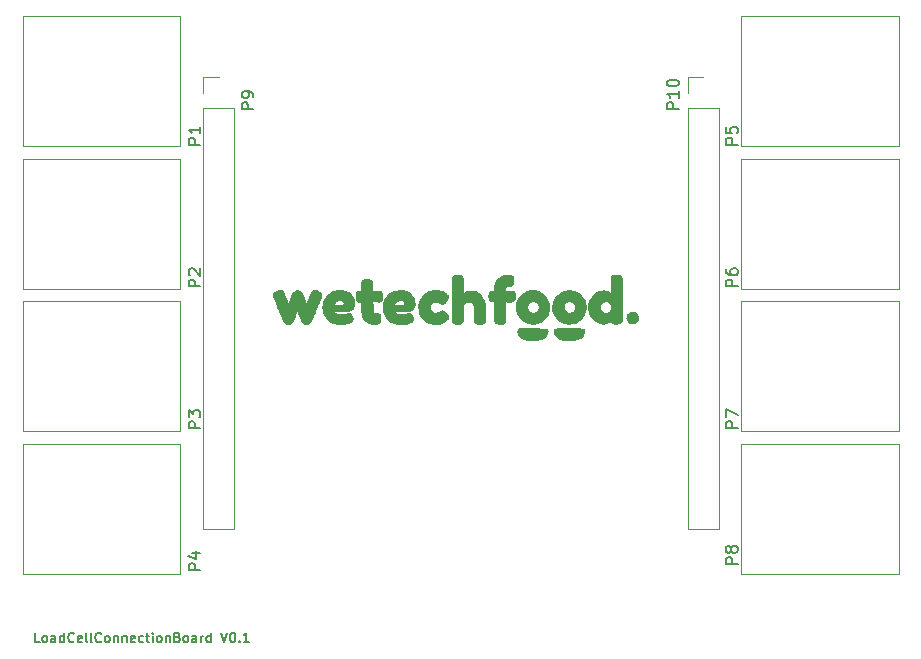
<source format=gto>
%TF.GenerationSoftware,KiCad,Pcbnew,5.1.5+dfsg1-2build2*%
%TF.CreationDate,2021-01-07T13:01:17+01:00*%
%TF.ProjectId,LoadCellConnectionBoard,4c6f6164-4365-46c6-9c43-6f6e6e656374,rev?*%
%TF.SameCoordinates,Original*%
%TF.FileFunction,Legend,Top*%
%TF.FilePolarity,Positive*%
%FSLAX46Y46*%
G04 Gerber Fmt 4.6, Leading zero omitted, Abs format (unit mm)*
G04 Created by KiCad (PCBNEW 5.1.5+dfsg1-2build2) date 2021-01-07 13:01:17*
%MOMM*%
%LPD*%
G04 APERTURE LIST*
%ADD10C,0.200000*%
%ADD11C,0.010000*%
%ADD12C,0.120000*%
%ADD13C,0.150000*%
G04 APERTURE END LIST*
D10*
X111352380Y-129361904D02*
X110971428Y-129361904D01*
X110971428Y-128561904D01*
X111733333Y-129361904D02*
X111657142Y-129323809D01*
X111619047Y-129285714D01*
X111580952Y-129209523D01*
X111580952Y-128980952D01*
X111619047Y-128904761D01*
X111657142Y-128866666D01*
X111733333Y-128828571D01*
X111847619Y-128828571D01*
X111923809Y-128866666D01*
X111961904Y-128904761D01*
X111999999Y-128980952D01*
X111999999Y-129209523D01*
X111961904Y-129285714D01*
X111923809Y-129323809D01*
X111847619Y-129361904D01*
X111733333Y-129361904D01*
X112685714Y-129361904D02*
X112685714Y-128942857D01*
X112647619Y-128866666D01*
X112571428Y-128828571D01*
X112419047Y-128828571D01*
X112342857Y-128866666D01*
X112685714Y-129323809D02*
X112609523Y-129361904D01*
X112419047Y-129361904D01*
X112342857Y-129323809D01*
X112304761Y-129247619D01*
X112304761Y-129171428D01*
X112342857Y-129095238D01*
X112419047Y-129057142D01*
X112609523Y-129057142D01*
X112685714Y-129019047D01*
X113409523Y-129361904D02*
X113409523Y-128561904D01*
X113409523Y-129323809D02*
X113333333Y-129361904D01*
X113180952Y-129361904D01*
X113104761Y-129323809D01*
X113066666Y-129285714D01*
X113028571Y-129209523D01*
X113028571Y-128980952D01*
X113066666Y-128904761D01*
X113104761Y-128866666D01*
X113180952Y-128828571D01*
X113333333Y-128828571D01*
X113409523Y-128866666D01*
X114247619Y-129285714D02*
X114209523Y-129323809D01*
X114095238Y-129361904D01*
X114019047Y-129361904D01*
X113904761Y-129323809D01*
X113828571Y-129247619D01*
X113790476Y-129171428D01*
X113752380Y-129019047D01*
X113752380Y-128904761D01*
X113790476Y-128752380D01*
X113828571Y-128676190D01*
X113904761Y-128600000D01*
X114019047Y-128561904D01*
X114095238Y-128561904D01*
X114209523Y-128600000D01*
X114247619Y-128638095D01*
X114895238Y-129323809D02*
X114819047Y-129361904D01*
X114666666Y-129361904D01*
X114590476Y-129323809D01*
X114552380Y-129247619D01*
X114552380Y-128942857D01*
X114590476Y-128866666D01*
X114666666Y-128828571D01*
X114819047Y-128828571D01*
X114895238Y-128866666D01*
X114933333Y-128942857D01*
X114933333Y-129019047D01*
X114552380Y-129095238D01*
X115390476Y-129361904D02*
X115314285Y-129323809D01*
X115276190Y-129247619D01*
X115276190Y-128561904D01*
X115809523Y-129361904D02*
X115733333Y-129323809D01*
X115695238Y-129247619D01*
X115695238Y-128561904D01*
X116571428Y-129285714D02*
X116533333Y-129323809D01*
X116419047Y-129361904D01*
X116342857Y-129361904D01*
X116228571Y-129323809D01*
X116152380Y-129247619D01*
X116114285Y-129171428D01*
X116076190Y-129019047D01*
X116076190Y-128904761D01*
X116114285Y-128752380D01*
X116152380Y-128676190D01*
X116228571Y-128600000D01*
X116342857Y-128561904D01*
X116419047Y-128561904D01*
X116533333Y-128600000D01*
X116571428Y-128638095D01*
X117028571Y-129361904D02*
X116952380Y-129323809D01*
X116914285Y-129285714D01*
X116876190Y-129209523D01*
X116876190Y-128980952D01*
X116914285Y-128904761D01*
X116952380Y-128866666D01*
X117028571Y-128828571D01*
X117142857Y-128828571D01*
X117219047Y-128866666D01*
X117257142Y-128904761D01*
X117295238Y-128980952D01*
X117295238Y-129209523D01*
X117257142Y-129285714D01*
X117219047Y-129323809D01*
X117142857Y-129361904D01*
X117028571Y-129361904D01*
X117638095Y-128828571D02*
X117638095Y-129361904D01*
X117638095Y-128904761D02*
X117676190Y-128866666D01*
X117752380Y-128828571D01*
X117866666Y-128828571D01*
X117942857Y-128866666D01*
X117980952Y-128942857D01*
X117980952Y-129361904D01*
X118361904Y-128828571D02*
X118361904Y-129361904D01*
X118361904Y-128904761D02*
X118399999Y-128866666D01*
X118476190Y-128828571D01*
X118590476Y-128828571D01*
X118666666Y-128866666D01*
X118704761Y-128942857D01*
X118704761Y-129361904D01*
X119390476Y-129323809D02*
X119314285Y-129361904D01*
X119161904Y-129361904D01*
X119085714Y-129323809D01*
X119047619Y-129247619D01*
X119047619Y-128942857D01*
X119085714Y-128866666D01*
X119161904Y-128828571D01*
X119314285Y-128828571D01*
X119390476Y-128866666D01*
X119428571Y-128942857D01*
X119428571Y-129019047D01*
X119047619Y-129095238D01*
X120114285Y-129323809D02*
X120038095Y-129361904D01*
X119885714Y-129361904D01*
X119809523Y-129323809D01*
X119771428Y-129285714D01*
X119733333Y-129209523D01*
X119733333Y-128980952D01*
X119771428Y-128904761D01*
X119809523Y-128866666D01*
X119885714Y-128828571D01*
X120038095Y-128828571D01*
X120114285Y-128866666D01*
X120342857Y-128828571D02*
X120647619Y-128828571D01*
X120457142Y-128561904D02*
X120457142Y-129247619D01*
X120495238Y-129323809D01*
X120571428Y-129361904D01*
X120647619Y-129361904D01*
X120914285Y-129361904D02*
X120914285Y-128828571D01*
X120914285Y-128561904D02*
X120876190Y-128600000D01*
X120914285Y-128638095D01*
X120952380Y-128600000D01*
X120914285Y-128561904D01*
X120914285Y-128638095D01*
X121409523Y-129361904D02*
X121333333Y-129323809D01*
X121295238Y-129285714D01*
X121257142Y-129209523D01*
X121257142Y-128980952D01*
X121295238Y-128904761D01*
X121333333Y-128866666D01*
X121409523Y-128828571D01*
X121523809Y-128828571D01*
X121599999Y-128866666D01*
X121638095Y-128904761D01*
X121676190Y-128980952D01*
X121676190Y-129209523D01*
X121638095Y-129285714D01*
X121599999Y-129323809D01*
X121523809Y-129361904D01*
X121409523Y-129361904D01*
X122019047Y-128828571D02*
X122019047Y-129361904D01*
X122019047Y-128904761D02*
X122057142Y-128866666D01*
X122133333Y-128828571D01*
X122247619Y-128828571D01*
X122323809Y-128866666D01*
X122361904Y-128942857D01*
X122361904Y-129361904D01*
X123009523Y-128942857D02*
X123123809Y-128980952D01*
X123161904Y-129019047D01*
X123200000Y-129095238D01*
X123200000Y-129209523D01*
X123161904Y-129285714D01*
X123123809Y-129323809D01*
X123047619Y-129361904D01*
X122742857Y-129361904D01*
X122742857Y-128561904D01*
X123009523Y-128561904D01*
X123085714Y-128600000D01*
X123123809Y-128638095D01*
X123161904Y-128714285D01*
X123161904Y-128790476D01*
X123123809Y-128866666D01*
X123085714Y-128904761D01*
X123009523Y-128942857D01*
X122742857Y-128942857D01*
X123657142Y-129361904D02*
X123580952Y-129323809D01*
X123542857Y-129285714D01*
X123504761Y-129209523D01*
X123504761Y-128980952D01*
X123542857Y-128904761D01*
X123580952Y-128866666D01*
X123657142Y-128828571D01*
X123771428Y-128828571D01*
X123847619Y-128866666D01*
X123885714Y-128904761D01*
X123923809Y-128980952D01*
X123923809Y-129209523D01*
X123885714Y-129285714D01*
X123847619Y-129323809D01*
X123771428Y-129361904D01*
X123657142Y-129361904D01*
X124609523Y-129361904D02*
X124609523Y-128942857D01*
X124571428Y-128866666D01*
X124495238Y-128828571D01*
X124342857Y-128828571D01*
X124266666Y-128866666D01*
X124609523Y-129323809D02*
X124533333Y-129361904D01*
X124342857Y-129361904D01*
X124266666Y-129323809D01*
X124228571Y-129247619D01*
X124228571Y-129171428D01*
X124266666Y-129095238D01*
X124342857Y-129057142D01*
X124533333Y-129057142D01*
X124609523Y-129019047D01*
X124990476Y-129361904D02*
X124990476Y-128828571D01*
X124990476Y-128980952D02*
X125028571Y-128904761D01*
X125066666Y-128866666D01*
X125142857Y-128828571D01*
X125219047Y-128828571D01*
X125828571Y-129361904D02*
X125828571Y-128561904D01*
X125828571Y-129323809D02*
X125752380Y-129361904D01*
X125600000Y-129361904D01*
X125523809Y-129323809D01*
X125485714Y-129285714D01*
X125447619Y-129209523D01*
X125447619Y-128980952D01*
X125485714Y-128904761D01*
X125523809Y-128866666D01*
X125600000Y-128828571D01*
X125752380Y-128828571D01*
X125828571Y-128866666D01*
X126704761Y-128561904D02*
X126971428Y-129361904D01*
X127238095Y-128561904D01*
X127657142Y-128561904D02*
X127733333Y-128561904D01*
X127809523Y-128600000D01*
X127847619Y-128638095D01*
X127885714Y-128714285D01*
X127923809Y-128866666D01*
X127923809Y-129057142D01*
X127885714Y-129209523D01*
X127847619Y-129285714D01*
X127809523Y-129323809D01*
X127733333Y-129361904D01*
X127657142Y-129361904D01*
X127580952Y-129323809D01*
X127542857Y-129285714D01*
X127504761Y-129209523D01*
X127466666Y-129057142D01*
X127466666Y-128866666D01*
X127504761Y-128714285D01*
X127542857Y-128638095D01*
X127580952Y-128600000D01*
X127657142Y-128561904D01*
X128266666Y-129285714D02*
X128304761Y-129323809D01*
X128266666Y-129361904D01*
X128228571Y-129323809D01*
X128266666Y-129285714D01*
X128266666Y-129361904D01*
X129066666Y-129361904D02*
X128609523Y-129361904D01*
X128838095Y-129361904D02*
X128838095Y-128561904D01*
X128761904Y-128676190D01*
X128685714Y-128752380D01*
X128609523Y-128790476D01*
D11*
G36*
X161633172Y-101407422D02*
G01*
X161733589Y-101439548D01*
X161794642Y-101472365D01*
X161852045Y-101520017D01*
X161907475Y-101585227D01*
X161955620Y-101660378D01*
X161991168Y-101737848D01*
X162000704Y-101767906D01*
X162016661Y-101873378D01*
X162009042Y-101978346D01*
X161979473Y-102079132D01*
X161929578Y-102172061D01*
X161860984Y-102253458D01*
X161775315Y-102319646D01*
X161750425Y-102333921D01*
X161709230Y-102354729D01*
X161674324Y-102367854D01*
X161636921Y-102375343D01*
X161588234Y-102379242D01*
X161549500Y-102380725D01*
X161474845Y-102380940D01*
X161418522Y-102375772D01*
X161373913Y-102364592D01*
X161371768Y-102363826D01*
X161283478Y-102319868D01*
X161200496Y-102256213D01*
X161128923Y-102178553D01*
X161074862Y-102092578D01*
X161070045Y-102082418D01*
X161041595Y-101994270D01*
X161030193Y-101897182D01*
X161036610Y-101801585D01*
X161046202Y-101759438D01*
X161074881Y-101687955D01*
X161117781Y-101614149D01*
X161169004Y-101546692D01*
X161222655Y-101494258D01*
X161230703Y-101488110D01*
X161321387Y-101436840D01*
X161422045Y-101406208D01*
X161527648Y-101396356D01*
X161633172Y-101407422D01*
G37*
X161633172Y-101407422D02*
X161733589Y-101439548D01*
X161794642Y-101472365D01*
X161852045Y-101520017D01*
X161907475Y-101585227D01*
X161955620Y-101660378D01*
X161991168Y-101737848D01*
X162000704Y-101767906D01*
X162016661Y-101873378D01*
X162009042Y-101978346D01*
X161979473Y-102079132D01*
X161929578Y-102172061D01*
X161860984Y-102253458D01*
X161775315Y-102319646D01*
X161750425Y-102333921D01*
X161709230Y-102354729D01*
X161674324Y-102367854D01*
X161636921Y-102375343D01*
X161588234Y-102379242D01*
X161549500Y-102380725D01*
X161474845Y-102380940D01*
X161418522Y-102375772D01*
X161373913Y-102364592D01*
X161371768Y-102363826D01*
X161283478Y-102319868D01*
X161200496Y-102256213D01*
X161128923Y-102178553D01*
X161074862Y-102092578D01*
X161070045Y-102082418D01*
X161041595Y-101994270D01*
X161030193Y-101897182D01*
X161036610Y-101801585D01*
X161046202Y-101759438D01*
X161074881Y-101687955D01*
X161117781Y-101614149D01*
X161169004Y-101546692D01*
X161222655Y-101494258D01*
X161230703Y-101488110D01*
X161321387Y-101436840D01*
X161422045Y-101406208D01*
X161527648Y-101396356D01*
X161633172Y-101407422D01*
G36*
X156271151Y-99583899D02*
G01*
X156449603Y-99608978D01*
X156624566Y-99657105D01*
X156793697Y-99728271D01*
X156935055Y-99809433D01*
X157087612Y-99923202D01*
X157221941Y-100052625D01*
X157336721Y-100195922D01*
X157430628Y-100351313D01*
X157502341Y-100517017D01*
X157532288Y-100613556D01*
X157544188Y-100659861D01*
X157552935Y-100700487D01*
X157559012Y-100740770D01*
X157562907Y-100786043D01*
X157565106Y-100841641D01*
X157566094Y-100912899D01*
X157566343Y-100987300D01*
X157566190Y-101075413D01*
X157565195Y-101143396D01*
X157562890Y-101196513D01*
X157558810Y-101240032D01*
X157552487Y-101279216D01*
X157543454Y-101319334D01*
X157533563Y-101357118D01*
X157475339Y-101525511D01*
X157394875Y-101686480D01*
X157294559Y-101837081D01*
X157176779Y-101974365D01*
X157043926Y-102095386D01*
X156898387Y-102197198D01*
X156815225Y-102243220D01*
X156664243Y-102307320D01*
X156501263Y-102354822D01*
X156332264Y-102384822D01*
X156163224Y-102396416D01*
X156000122Y-102388697D01*
X155925665Y-102377861D01*
X155743902Y-102332184D01*
X155569322Y-102262955D01*
X155404670Y-102171632D01*
X155252691Y-102059671D01*
X155153414Y-101967871D01*
X155089172Y-101896646D01*
X155023358Y-101813252D01*
X154960953Y-101724793D01*
X154906938Y-101638371D01*
X154866295Y-101561090D01*
X154862994Y-101553768D01*
X154805437Y-101394275D01*
X154768111Y-101224817D01*
X154750934Y-101049687D01*
X154751955Y-100987300D01*
X155714127Y-100987300D01*
X155715386Y-101045807D01*
X155720607Y-101089506D01*
X155731955Y-101128923D01*
X155751596Y-101174586D01*
X155753477Y-101178584D01*
X155812042Y-101274993D01*
X155888027Y-101356022D01*
X155977961Y-101418761D01*
X156078374Y-101460302D01*
X156094850Y-101464705D01*
X156154043Y-101477133D01*
X156203668Y-101480753D01*
X156256923Y-101475900D01*
X156292697Y-101469710D01*
X156393834Y-101437955D01*
X156484835Y-101384048D01*
X156563064Y-101310107D01*
X156625883Y-101218250D01*
X156639561Y-101191284D01*
X156658647Y-101148399D01*
X156670390Y-101112253D01*
X156676532Y-101073853D01*
X156678811Y-101024211D01*
X156679050Y-100987300D01*
X156678323Y-100928308D01*
X156674920Y-100885872D01*
X156667006Y-100851159D01*
X156652747Y-100815340D01*
X156636282Y-100781434D01*
X156582514Y-100695792D01*
X156514549Y-100621113D01*
X156437790Y-100562560D01*
X156374200Y-100530991D01*
X156331838Y-100516805D01*
X156292333Y-100508756D01*
X156246682Y-100505749D01*
X156185881Y-100506690D01*
X156176976Y-100507022D01*
X156112676Y-100510813D01*
X156064941Y-100517525D01*
X156024959Y-100528966D01*
X155984895Y-100546467D01*
X155907124Y-100597060D01*
X155835841Y-100667602D01*
X155776081Y-100752685D01*
X155754437Y-100793963D01*
X155733643Y-100841320D01*
X155721471Y-100880987D01*
X155715707Y-100923576D01*
X155714138Y-100979703D01*
X155714127Y-100987300D01*
X154751955Y-100987300D01*
X154753825Y-100873177D01*
X154776701Y-100699578D01*
X154819481Y-100533181D01*
X154882083Y-100378280D01*
X154885514Y-100371350D01*
X154977792Y-100215011D01*
X155092490Y-100070549D01*
X155229530Y-99938045D01*
X155388836Y-99817585D01*
X155408613Y-99804486D01*
X155569344Y-99714213D01*
X155738308Y-99647025D01*
X155913160Y-99602915D01*
X156091556Y-99581876D01*
X156271151Y-99583899D01*
G37*
X156271151Y-99583899D02*
X156449603Y-99608978D01*
X156624566Y-99657105D01*
X156793697Y-99728271D01*
X156935055Y-99809433D01*
X157087612Y-99923202D01*
X157221941Y-100052625D01*
X157336721Y-100195922D01*
X157430628Y-100351313D01*
X157502341Y-100517017D01*
X157532288Y-100613556D01*
X157544188Y-100659861D01*
X157552935Y-100700487D01*
X157559012Y-100740770D01*
X157562907Y-100786043D01*
X157565106Y-100841641D01*
X157566094Y-100912899D01*
X157566343Y-100987300D01*
X157566190Y-101075413D01*
X157565195Y-101143396D01*
X157562890Y-101196513D01*
X157558810Y-101240032D01*
X157552487Y-101279216D01*
X157543454Y-101319334D01*
X157533563Y-101357118D01*
X157475339Y-101525511D01*
X157394875Y-101686480D01*
X157294559Y-101837081D01*
X157176779Y-101974365D01*
X157043926Y-102095386D01*
X156898387Y-102197198D01*
X156815225Y-102243220D01*
X156664243Y-102307320D01*
X156501263Y-102354822D01*
X156332264Y-102384822D01*
X156163224Y-102396416D01*
X156000122Y-102388697D01*
X155925665Y-102377861D01*
X155743902Y-102332184D01*
X155569322Y-102262955D01*
X155404670Y-102171632D01*
X155252691Y-102059671D01*
X155153414Y-101967871D01*
X155089172Y-101896646D01*
X155023358Y-101813252D01*
X154960953Y-101724793D01*
X154906938Y-101638371D01*
X154866295Y-101561090D01*
X154862994Y-101553768D01*
X154805437Y-101394275D01*
X154768111Y-101224817D01*
X154750934Y-101049687D01*
X154751955Y-100987300D01*
X155714127Y-100987300D01*
X155715386Y-101045807D01*
X155720607Y-101089506D01*
X155731955Y-101128923D01*
X155751596Y-101174586D01*
X155753477Y-101178584D01*
X155812042Y-101274993D01*
X155888027Y-101356022D01*
X155977961Y-101418761D01*
X156078374Y-101460302D01*
X156094850Y-101464705D01*
X156154043Y-101477133D01*
X156203668Y-101480753D01*
X156256923Y-101475900D01*
X156292697Y-101469710D01*
X156393834Y-101437955D01*
X156484835Y-101384048D01*
X156563064Y-101310107D01*
X156625883Y-101218250D01*
X156639561Y-101191284D01*
X156658647Y-101148399D01*
X156670390Y-101112253D01*
X156676532Y-101073853D01*
X156678811Y-101024211D01*
X156679050Y-100987300D01*
X156678323Y-100928308D01*
X156674920Y-100885872D01*
X156667006Y-100851159D01*
X156652747Y-100815340D01*
X156636282Y-100781434D01*
X156582514Y-100695792D01*
X156514549Y-100621113D01*
X156437790Y-100562560D01*
X156374200Y-100530991D01*
X156331838Y-100516805D01*
X156292333Y-100508756D01*
X156246682Y-100505749D01*
X156185881Y-100506690D01*
X156176976Y-100507022D01*
X156112676Y-100510813D01*
X156064941Y-100517525D01*
X156024959Y-100528966D01*
X155984895Y-100546467D01*
X155907124Y-100597060D01*
X155835841Y-100667602D01*
X155776081Y-100752685D01*
X155754437Y-100793963D01*
X155733643Y-100841320D01*
X155721471Y-100880987D01*
X155715707Y-100923576D01*
X155714138Y-100979703D01*
X155714127Y-100987300D01*
X154751955Y-100987300D01*
X154753825Y-100873177D01*
X154776701Y-100699578D01*
X154819481Y-100533181D01*
X154882083Y-100378280D01*
X154885514Y-100371350D01*
X154977792Y-100215011D01*
X155092490Y-100070549D01*
X155229530Y-99938045D01*
X155388836Y-99817585D01*
X155408613Y-99804486D01*
X155569344Y-99714213D01*
X155738308Y-99647025D01*
X155913160Y-99602915D01*
X156091556Y-99581876D01*
X156271151Y-99583899D01*
G36*
X153251536Y-99591715D02*
G01*
X153424841Y-99623078D01*
X153589704Y-99674384D01*
X153700900Y-99723611D01*
X153818486Y-99791783D01*
X153938205Y-99876850D01*
X154051854Y-99972502D01*
X154144398Y-100064859D01*
X154255091Y-100204920D01*
X154344911Y-100358327D01*
X154413337Y-100523228D01*
X154459846Y-100697771D01*
X154483917Y-100880105D01*
X154485029Y-101068377D01*
X154469482Y-101219094D01*
X154430236Y-101396163D01*
X154368037Y-101565139D01*
X154284598Y-101723989D01*
X154181633Y-101870680D01*
X154060853Y-102003180D01*
X153923973Y-102119455D01*
X153772706Y-102217474D01*
X153608765Y-102295202D01*
X153542094Y-102319467D01*
X153374970Y-102364242D01*
X153201977Y-102389917D01*
X153029529Y-102395974D01*
X152864046Y-102381894D01*
X152832921Y-102376720D01*
X152652408Y-102331424D01*
X152480096Y-102263023D01*
X152318009Y-102173049D01*
X152168169Y-102063035D01*
X152032599Y-101934512D01*
X151913324Y-101789013D01*
X151812364Y-101628070D01*
X151791359Y-101587861D01*
X151730958Y-101441592D01*
X151688943Y-101282246D01*
X151665475Y-101114440D01*
X151662537Y-101008460D01*
X152623303Y-101008460D01*
X152639993Y-101110438D01*
X152680033Y-101209240D01*
X152743560Y-101302012D01*
X152754530Y-101314572D01*
X152812823Y-101367521D01*
X152884751Y-101415260D01*
X152960561Y-101452043D01*
X153018047Y-101469845D01*
X153096710Y-101477241D01*
X153184040Y-101470697D01*
X153268421Y-101451559D01*
X153309790Y-101435965D01*
X153377069Y-101395614D01*
X153444189Y-101337592D01*
X153504442Y-101268771D01*
X153551122Y-101196019D01*
X153558346Y-101181371D01*
X153575798Y-101139862D01*
X153586196Y-101101611D01*
X153591252Y-101057253D01*
X153592679Y-100997422D01*
X153592687Y-100993650D01*
X153591759Y-100934706D01*
X153587503Y-100891393D01*
X153577955Y-100853976D01*
X153561155Y-100812721D01*
X153552437Y-100793963D01*
X153499053Y-100703652D01*
X153431791Y-100625636D01*
X153355655Y-100565287D01*
X153321481Y-100546129D01*
X153287036Y-100530348D01*
X153256157Y-100520141D01*
X153221675Y-100514316D01*
X153176419Y-100511683D01*
X153113219Y-100511050D01*
X153110350Y-100511050D01*
X153024628Y-100513775D01*
X152956984Y-100523585D01*
X152900522Y-100542929D01*
X152848345Y-100574257D01*
X152793559Y-100620018D01*
X152787332Y-100625799D01*
X152711978Y-100711974D01*
X152659431Y-100806376D01*
X152629827Y-100906155D01*
X152623303Y-101008460D01*
X151662537Y-101008460D01*
X151660716Y-100942791D01*
X151674827Y-100771914D01*
X151707969Y-100606427D01*
X151752321Y-100470652D01*
X151826369Y-100316308D01*
X151922332Y-100170365D01*
X152037442Y-100035228D01*
X152168933Y-99913297D01*
X152314037Y-99806975D01*
X152469988Y-99718666D01*
X152634020Y-99650771D01*
X152729309Y-99622322D01*
X152898935Y-99590833D01*
X153074622Y-99580798D01*
X153251536Y-99591715D01*
G37*
X153251536Y-99591715D02*
X153424841Y-99623078D01*
X153589704Y-99674384D01*
X153700900Y-99723611D01*
X153818486Y-99791783D01*
X153938205Y-99876850D01*
X154051854Y-99972502D01*
X154144398Y-100064859D01*
X154255091Y-100204920D01*
X154344911Y-100358327D01*
X154413337Y-100523228D01*
X154459846Y-100697771D01*
X154483917Y-100880105D01*
X154485029Y-101068377D01*
X154469482Y-101219094D01*
X154430236Y-101396163D01*
X154368037Y-101565139D01*
X154284598Y-101723989D01*
X154181633Y-101870680D01*
X154060853Y-102003180D01*
X153923973Y-102119455D01*
X153772706Y-102217474D01*
X153608765Y-102295202D01*
X153542094Y-102319467D01*
X153374970Y-102364242D01*
X153201977Y-102389917D01*
X153029529Y-102395974D01*
X152864046Y-102381894D01*
X152832921Y-102376720D01*
X152652408Y-102331424D01*
X152480096Y-102263023D01*
X152318009Y-102173049D01*
X152168169Y-102063035D01*
X152032599Y-101934512D01*
X151913324Y-101789013D01*
X151812364Y-101628070D01*
X151791359Y-101587861D01*
X151730958Y-101441592D01*
X151688943Y-101282246D01*
X151665475Y-101114440D01*
X151662537Y-101008460D01*
X152623303Y-101008460D01*
X152639993Y-101110438D01*
X152680033Y-101209240D01*
X152743560Y-101302012D01*
X152754530Y-101314572D01*
X152812823Y-101367521D01*
X152884751Y-101415260D01*
X152960561Y-101452043D01*
X153018047Y-101469845D01*
X153096710Y-101477241D01*
X153184040Y-101470697D01*
X153268421Y-101451559D01*
X153309790Y-101435965D01*
X153377069Y-101395614D01*
X153444189Y-101337592D01*
X153504442Y-101268771D01*
X153551122Y-101196019D01*
X153558346Y-101181371D01*
X153575798Y-101139862D01*
X153586196Y-101101611D01*
X153591252Y-101057253D01*
X153592679Y-100997422D01*
X153592687Y-100993650D01*
X153591759Y-100934706D01*
X153587503Y-100891393D01*
X153577955Y-100853976D01*
X153561155Y-100812721D01*
X153552437Y-100793963D01*
X153499053Y-100703652D01*
X153431791Y-100625636D01*
X153355655Y-100565287D01*
X153321481Y-100546129D01*
X153287036Y-100530348D01*
X153256157Y-100520141D01*
X153221675Y-100514316D01*
X153176419Y-100511683D01*
X153113219Y-100511050D01*
X153110350Y-100511050D01*
X153024628Y-100513775D01*
X152956984Y-100523585D01*
X152900522Y-100542929D01*
X152848345Y-100574257D01*
X152793559Y-100620018D01*
X152787332Y-100625799D01*
X152711978Y-100711974D01*
X152659431Y-100806376D01*
X152629827Y-100906155D01*
X152623303Y-101008460D01*
X151662537Y-101008460D01*
X151660716Y-100942791D01*
X151674827Y-100771914D01*
X151707969Y-100606427D01*
X151752321Y-100470652D01*
X151826369Y-100316308D01*
X151922332Y-100170365D01*
X152037442Y-100035228D01*
X152168933Y-99913297D01*
X152314037Y-99806975D01*
X152469988Y-99718666D01*
X152634020Y-99650771D01*
X152729309Y-99622322D01*
X152898935Y-99590833D01*
X153074622Y-99580798D01*
X153251536Y-99591715D01*
G36*
X160278477Y-98269384D02*
G01*
X160371054Y-98283537D01*
X160442773Y-98304020D01*
X160497890Y-98333354D01*
X160540660Y-98374062D01*
X160575339Y-98428666D01*
X160586553Y-98451968D01*
X160616050Y-98517150D01*
X160616050Y-102149350D01*
X160580003Y-102222758D01*
X160553057Y-102270412D01*
X160523516Y-102303314D01*
X160482424Y-102331301D01*
X160479871Y-102332767D01*
X160413935Y-102361000D01*
X160329716Y-102382716D01*
X160233696Y-102397049D01*
X160132356Y-102403135D01*
X160032177Y-102400109D01*
X159999562Y-102396855D01*
X159944138Y-102386753D01*
X159888431Y-102371141D01*
X159856339Y-102358642D01*
X159804798Y-102326614D01*
X159757486Y-102283560D01*
X159720828Y-102236381D01*
X159701268Y-102192063D01*
X159693173Y-102155205D01*
X159612987Y-102219011D01*
X159497855Y-102295870D01*
X159372580Y-102350772D01*
X159235509Y-102384257D01*
X159084987Y-102396864D01*
X159066650Y-102397000D01*
X158903708Y-102384478D01*
X158744949Y-102347176D01*
X158591167Y-102285486D01*
X158443155Y-102199798D01*
X158301708Y-102090507D01*
X158167618Y-101958002D01*
X158159447Y-101948900D01*
X158037501Y-101794461D01*
X157939347Y-101631321D01*
X157864778Y-101459100D01*
X157828978Y-101342566D01*
X157812240Y-101258810D01*
X157800179Y-101158394D01*
X157793191Y-101049695D01*
X157792318Y-100987194D01*
X158761850Y-100987194D01*
X158762608Y-101046636D01*
X158766075Y-101089533D01*
X158774036Y-101124725D01*
X158788280Y-101161050D01*
X158803431Y-101192873D01*
X158859032Y-101280675D01*
X158931674Y-101356761D01*
X159016372Y-101417169D01*
X159108142Y-101457939D01*
X159150873Y-101468914D01*
X159218356Y-101478994D01*
X159276918Y-101478891D01*
X159341015Y-101468350D01*
X159354272Y-101465321D01*
X159454403Y-101429046D01*
X159543161Y-101370663D01*
X159619027Y-101291476D01*
X159680485Y-101192787D01*
X159686638Y-101180081D01*
X159707921Y-101131219D01*
X159719926Y-101090430D01*
X159725066Y-101046229D01*
X159725816Y-100993650D01*
X159715832Y-100888423D01*
X159686058Y-100794699D01*
X159634113Y-100705487D01*
X159622260Y-100689415D01*
X159552240Y-100611693D01*
X159475833Y-100556420D01*
X159389588Y-100522055D01*
X159290055Y-100507058D01*
X159213948Y-100507091D01*
X159102940Y-100523399D01*
X159005667Y-100560988D01*
X158921801Y-100620077D01*
X158851015Y-100700887D01*
X158802657Y-100783193D01*
X158783125Y-100825140D01*
X158771039Y-100860021D01*
X158764642Y-100896619D01*
X158762177Y-100943721D01*
X158761850Y-100987194D01*
X157792318Y-100987194D01*
X157791674Y-100941091D01*
X157796027Y-100840960D01*
X157802401Y-100782956D01*
X157840318Y-100605623D01*
X157901165Y-100437010D01*
X157985413Y-100276238D01*
X158093534Y-100122428D01*
X158226000Y-99974704D01*
X158248420Y-99952607D01*
X158380780Y-99835609D01*
X158512754Y-99742743D01*
X158646839Y-99672904D01*
X158785533Y-99624987D01*
X158931335Y-99597890D01*
X159067793Y-99590388D01*
X159206298Y-99597559D01*
X159327426Y-99620130D01*
X159434930Y-99659409D01*
X159532565Y-99716707D01*
X159608913Y-99778992D01*
X159682600Y-99847035D01*
X159682600Y-99192094D01*
X159682627Y-99046173D01*
X159682768Y-98923373D01*
X159683106Y-98821415D01*
X159683728Y-98738021D01*
X159684719Y-98670911D01*
X159686164Y-98617807D01*
X159688149Y-98576430D01*
X159690760Y-98544501D01*
X159694082Y-98519741D01*
X159698200Y-98499871D01*
X159703199Y-98482613D01*
X159709166Y-98465688D01*
X159709922Y-98463651D01*
X159732235Y-98415906D01*
X159760308Y-98371977D01*
X159778533Y-98350896D01*
X159829186Y-98317188D01*
X159900195Y-98290846D01*
X159987412Y-98272547D01*
X160086691Y-98262967D01*
X160193884Y-98262782D01*
X160278477Y-98269384D01*
G37*
X160278477Y-98269384D02*
X160371054Y-98283537D01*
X160442773Y-98304020D01*
X160497890Y-98333354D01*
X160540660Y-98374062D01*
X160575339Y-98428666D01*
X160586553Y-98451968D01*
X160616050Y-98517150D01*
X160616050Y-102149350D01*
X160580003Y-102222758D01*
X160553057Y-102270412D01*
X160523516Y-102303314D01*
X160482424Y-102331301D01*
X160479871Y-102332767D01*
X160413935Y-102361000D01*
X160329716Y-102382716D01*
X160233696Y-102397049D01*
X160132356Y-102403135D01*
X160032177Y-102400109D01*
X159999562Y-102396855D01*
X159944138Y-102386753D01*
X159888431Y-102371141D01*
X159856339Y-102358642D01*
X159804798Y-102326614D01*
X159757486Y-102283560D01*
X159720828Y-102236381D01*
X159701268Y-102192063D01*
X159693173Y-102155205D01*
X159612987Y-102219011D01*
X159497855Y-102295870D01*
X159372580Y-102350772D01*
X159235509Y-102384257D01*
X159084987Y-102396864D01*
X159066650Y-102397000D01*
X158903708Y-102384478D01*
X158744949Y-102347176D01*
X158591167Y-102285486D01*
X158443155Y-102199798D01*
X158301708Y-102090507D01*
X158167618Y-101958002D01*
X158159447Y-101948900D01*
X158037501Y-101794461D01*
X157939347Y-101631321D01*
X157864778Y-101459100D01*
X157828978Y-101342566D01*
X157812240Y-101258810D01*
X157800179Y-101158394D01*
X157793191Y-101049695D01*
X157792318Y-100987194D01*
X158761850Y-100987194D01*
X158762608Y-101046636D01*
X158766075Y-101089533D01*
X158774036Y-101124725D01*
X158788280Y-101161050D01*
X158803431Y-101192873D01*
X158859032Y-101280675D01*
X158931674Y-101356761D01*
X159016372Y-101417169D01*
X159108142Y-101457939D01*
X159150873Y-101468914D01*
X159218356Y-101478994D01*
X159276918Y-101478891D01*
X159341015Y-101468350D01*
X159354272Y-101465321D01*
X159454403Y-101429046D01*
X159543161Y-101370663D01*
X159619027Y-101291476D01*
X159680485Y-101192787D01*
X159686638Y-101180081D01*
X159707921Y-101131219D01*
X159719926Y-101090430D01*
X159725066Y-101046229D01*
X159725816Y-100993650D01*
X159715832Y-100888423D01*
X159686058Y-100794699D01*
X159634113Y-100705487D01*
X159622260Y-100689415D01*
X159552240Y-100611693D01*
X159475833Y-100556420D01*
X159389588Y-100522055D01*
X159290055Y-100507058D01*
X159213948Y-100507091D01*
X159102940Y-100523399D01*
X159005667Y-100560988D01*
X158921801Y-100620077D01*
X158851015Y-100700887D01*
X158802657Y-100783193D01*
X158783125Y-100825140D01*
X158771039Y-100860021D01*
X158764642Y-100896619D01*
X158762177Y-100943721D01*
X158761850Y-100987194D01*
X157792318Y-100987194D01*
X157791674Y-100941091D01*
X157796027Y-100840960D01*
X157802401Y-100782956D01*
X157840318Y-100605623D01*
X157901165Y-100437010D01*
X157985413Y-100276238D01*
X158093534Y-100122428D01*
X158226000Y-99974704D01*
X158248420Y-99952607D01*
X158380780Y-99835609D01*
X158512754Y-99742743D01*
X158646839Y-99672904D01*
X158785533Y-99624987D01*
X158931335Y-99597890D01*
X159067793Y-99590388D01*
X159206298Y-99597559D01*
X159327426Y-99620130D01*
X159434930Y-99659409D01*
X159532565Y-99716707D01*
X159608913Y-99778992D01*
X159682600Y-99847035D01*
X159682600Y-99192094D01*
X159682627Y-99046173D01*
X159682768Y-98923373D01*
X159683106Y-98821415D01*
X159683728Y-98738021D01*
X159684719Y-98670911D01*
X159686164Y-98617807D01*
X159688149Y-98576430D01*
X159690760Y-98544501D01*
X159694082Y-98519741D01*
X159698200Y-98499871D01*
X159703199Y-98482613D01*
X159709166Y-98465688D01*
X159709922Y-98463651D01*
X159732235Y-98415906D01*
X159760308Y-98371977D01*
X159778533Y-98350896D01*
X159829186Y-98317188D01*
X159900195Y-98290846D01*
X159987412Y-98272547D01*
X160086691Y-98262967D01*
X160193884Y-98262782D01*
X160278477Y-98269384D01*
G36*
X151028943Y-98259049D02*
G01*
X151103351Y-98261164D01*
X151157665Y-98263815D01*
X151197191Y-98267821D01*
X151227235Y-98274000D01*
X151253101Y-98283172D01*
X151280095Y-98296156D01*
X151284666Y-98298534D01*
X151337272Y-98333328D01*
X151377845Y-98374085D01*
X151383281Y-98381720D01*
X151413518Y-98444929D01*
X151435081Y-98526190D01*
X151447958Y-98619679D01*
X151452141Y-98719573D01*
X151447619Y-98820048D01*
X151434381Y-98915280D01*
X151412418Y-98999445D01*
X151384462Y-99062156D01*
X151340288Y-99114972D01*
X151286357Y-99151763D01*
X151256918Y-99166769D01*
X151229283Y-99177377D01*
X151197661Y-99184659D01*
X151156264Y-99189689D01*
X151099302Y-99193542D01*
X151047281Y-99196104D01*
X150958454Y-99201113D01*
X150891837Y-99208923D01*
X150844239Y-99222624D01*
X150812472Y-99245304D01*
X150793348Y-99280053D01*
X150783675Y-99329959D01*
X150780267Y-99398113D01*
X150779900Y-99455098D01*
X150779900Y-99619044D01*
X150833875Y-99611153D01*
X150898119Y-99603785D01*
X150973770Y-99598280D01*
X151054789Y-99594743D01*
X151135136Y-99593278D01*
X151208773Y-99593989D01*
X151269659Y-99596981D01*
X151311756Y-99602358D01*
X151313965Y-99602855D01*
X151407108Y-99633255D01*
X151478916Y-99676151D01*
X151530818Y-99732761D01*
X151564238Y-99804304D01*
X151568877Y-99820697D01*
X151578343Y-99874827D01*
X151584314Y-99945172D01*
X151586875Y-100025016D01*
X151586111Y-100107641D01*
X151582107Y-100186330D01*
X151574948Y-100254366D01*
X151564717Y-100305033D01*
X151562685Y-100311419D01*
X151535858Y-100374157D01*
X151501345Y-100424695D01*
X151456678Y-100463982D01*
X151399389Y-100492964D01*
X151327011Y-100512591D01*
X151237076Y-100523808D01*
X151127117Y-100527565D01*
X151005935Y-100525238D01*
X150781121Y-100516947D01*
X150777335Y-101326798D01*
X150773550Y-102136650D01*
X150744431Y-102208687D01*
X150705698Y-102278432D01*
X150653009Y-102336011D01*
X150591936Y-102375854D01*
X150568073Y-102385065D01*
X150539385Y-102390277D01*
X150491399Y-102395099D01*
X150429990Y-102399316D01*
X150361033Y-102402714D01*
X150290402Y-102405078D01*
X150223972Y-102406191D01*
X150167617Y-102405840D01*
X150127211Y-102403809D01*
X150113150Y-102401715D01*
X150029904Y-102376188D01*
X149966756Y-102344456D01*
X149918505Y-102302593D01*
X149879950Y-102246674D01*
X149862975Y-102212850D01*
X149833750Y-102149350D01*
X149826354Y-100520108D01*
X149684002Y-100515309D01*
X149590471Y-100508633D01*
X149517964Y-100494038D01*
X149462689Y-100469021D01*
X149420855Y-100431082D01*
X149388670Y-100377719D01*
X149362343Y-100306432D01*
X149361096Y-100302297D01*
X149350374Y-100249305D01*
X149343387Y-100179384D01*
X149340132Y-100099833D01*
X149340606Y-100017952D01*
X149344807Y-99941038D01*
X149352732Y-99876392D01*
X149361266Y-99839889D01*
X149399052Y-99755524D01*
X149451212Y-99689838D01*
X149500549Y-99653168D01*
X149529908Y-99638672D01*
X149561367Y-99629008D01*
X149601692Y-99622909D01*
X149657647Y-99619109D01*
X149689220Y-99617829D01*
X149824091Y-99613003D01*
X149830692Y-99382576D01*
X149833611Y-99295045D01*
X149837118Y-99227303D01*
X149841866Y-99173736D01*
X149848509Y-99128735D01*
X149857703Y-99086686D01*
X149870101Y-99041979D01*
X149870602Y-99040295D01*
X149927366Y-98888979D01*
X150003192Y-98748991D01*
X150095926Y-98622659D01*
X150203418Y-98512308D01*
X150323514Y-98420268D01*
X150454064Y-98348864D01*
X150540855Y-98315476D01*
X150637059Y-98288713D01*
X150736271Y-98270717D01*
X150844787Y-98260760D01*
X150968903Y-98258113D01*
X151028943Y-98259049D01*
G37*
X151028943Y-98259049D02*
X151103351Y-98261164D01*
X151157665Y-98263815D01*
X151197191Y-98267821D01*
X151227235Y-98274000D01*
X151253101Y-98283172D01*
X151280095Y-98296156D01*
X151284666Y-98298534D01*
X151337272Y-98333328D01*
X151377845Y-98374085D01*
X151383281Y-98381720D01*
X151413518Y-98444929D01*
X151435081Y-98526190D01*
X151447958Y-98619679D01*
X151452141Y-98719573D01*
X151447619Y-98820048D01*
X151434381Y-98915280D01*
X151412418Y-98999445D01*
X151384462Y-99062156D01*
X151340288Y-99114972D01*
X151286357Y-99151763D01*
X151256918Y-99166769D01*
X151229283Y-99177377D01*
X151197661Y-99184659D01*
X151156264Y-99189689D01*
X151099302Y-99193542D01*
X151047281Y-99196104D01*
X150958454Y-99201113D01*
X150891837Y-99208923D01*
X150844239Y-99222624D01*
X150812472Y-99245304D01*
X150793348Y-99280053D01*
X150783675Y-99329959D01*
X150780267Y-99398113D01*
X150779900Y-99455098D01*
X150779900Y-99619044D01*
X150833875Y-99611153D01*
X150898119Y-99603785D01*
X150973770Y-99598280D01*
X151054789Y-99594743D01*
X151135136Y-99593278D01*
X151208773Y-99593989D01*
X151269659Y-99596981D01*
X151311756Y-99602358D01*
X151313965Y-99602855D01*
X151407108Y-99633255D01*
X151478916Y-99676151D01*
X151530818Y-99732761D01*
X151564238Y-99804304D01*
X151568877Y-99820697D01*
X151578343Y-99874827D01*
X151584314Y-99945172D01*
X151586875Y-100025016D01*
X151586111Y-100107641D01*
X151582107Y-100186330D01*
X151574948Y-100254366D01*
X151564717Y-100305033D01*
X151562685Y-100311419D01*
X151535858Y-100374157D01*
X151501345Y-100424695D01*
X151456678Y-100463982D01*
X151399389Y-100492964D01*
X151327011Y-100512591D01*
X151237076Y-100523808D01*
X151127117Y-100527565D01*
X151005935Y-100525238D01*
X150781121Y-100516947D01*
X150777335Y-101326798D01*
X150773550Y-102136650D01*
X150744431Y-102208687D01*
X150705698Y-102278432D01*
X150653009Y-102336011D01*
X150591936Y-102375854D01*
X150568073Y-102385065D01*
X150539385Y-102390277D01*
X150491399Y-102395099D01*
X150429990Y-102399316D01*
X150361033Y-102402714D01*
X150290402Y-102405078D01*
X150223972Y-102406191D01*
X150167617Y-102405840D01*
X150127211Y-102403809D01*
X150113150Y-102401715D01*
X150029904Y-102376188D01*
X149966756Y-102344456D01*
X149918505Y-102302593D01*
X149879950Y-102246674D01*
X149862975Y-102212850D01*
X149833750Y-102149350D01*
X149826354Y-100520108D01*
X149684002Y-100515309D01*
X149590471Y-100508633D01*
X149517964Y-100494038D01*
X149462689Y-100469021D01*
X149420855Y-100431082D01*
X149388670Y-100377719D01*
X149362343Y-100306432D01*
X149361096Y-100302297D01*
X149350374Y-100249305D01*
X149343387Y-100179384D01*
X149340132Y-100099833D01*
X149340606Y-100017952D01*
X149344807Y-99941038D01*
X149352732Y-99876392D01*
X149361266Y-99839889D01*
X149399052Y-99755524D01*
X149451212Y-99689838D01*
X149500549Y-99653168D01*
X149529908Y-99638672D01*
X149561367Y-99629008D01*
X149601692Y-99622909D01*
X149657647Y-99619109D01*
X149689220Y-99617829D01*
X149824091Y-99613003D01*
X149830692Y-99382576D01*
X149833611Y-99295045D01*
X149837118Y-99227303D01*
X149841866Y-99173736D01*
X149848509Y-99128735D01*
X149857703Y-99086686D01*
X149870101Y-99041979D01*
X149870602Y-99040295D01*
X149927366Y-98888979D01*
X150003192Y-98748991D01*
X150095926Y-98622659D01*
X150203418Y-98512308D01*
X150323514Y-98420268D01*
X150454064Y-98348864D01*
X150540855Y-98315476D01*
X150637059Y-98288713D01*
X150736271Y-98270717D01*
X150844787Y-98260760D01*
X150968903Y-98258113D01*
X151028943Y-98259049D01*
G36*
X146824929Y-98269461D02*
G01*
X146918873Y-98282835D01*
X146994114Y-98306350D01*
X147053387Y-98341172D01*
X147099426Y-98388469D01*
X147133359Y-98445941D01*
X147166750Y-98517150D01*
X147170345Y-99209300D01*
X147173941Y-99901450D01*
X147255261Y-99823486D01*
X147369398Y-99729045D01*
X147490834Y-99658072D01*
X147566800Y-99626634D01*
X147606332Y-99613883D01*
X147644390Y-99605391D01*
X147687745Y-99600360D01*
X147743170Y-99597993D01*
X147814450Y-99597489D01*
X147885117Y-99598923D01*
X147954453Y-99602633D01*
X148014353Y-99608051D01*
X148055750Y-99614397D01*
X148209279Y-99660672D01*
X148355907Y-99729799D01*
X148493590Y-99819696D01*
X148620286Y-99928283D01*
X148733951Y-100053480D01*
X148832542Y-100193207D01*
X148914016Y-100345383D01*
X148976330Y-100507928D01*
X148993949Y-100569622D01*
X149007693Y-100627311D01*
X149019224Y-100687426D01*
X149028712Y-100752653D01*
X149036326Y-100825678D01*
X149042236Y-100909189D01*
X149046609Y-101005870D01*
X149049617Y-101118409D01*
X149051427Y-101249491D01*
X149052210Y-101401802D01*
X149052264Y-101495300D01*
X149051890Y-101646764D01*
X149050890Y-101775117D01*
X149049113Y-101882641D01*
X149046407Y-101971621D01*
X149042622Y-102044341D01*
X149037607Y-102103083D01*
X149031210Y-102150133D01*
X149023281Y-102187773D01*
X149013669Y-102218287D01*
X149002834Y-102242768D01*
X148969315Y-102295462D01*
X148926980Y-102336211D01*
X148872778Y-102366178D01*
X148803658Y-102386529D01*
X148716569Y-102398430D01*
X148608461Y-102403046D01*
X148582800Y-102403199D01*
X148467545Y-102400220D01*
X148374008Y-102390229D01*
X148299167Y-102371957D01*
X148239998Y-102344135D01*
X148193476Y-102305496D01*
X148156578Y-102254769D01*
X148136951Y-102216117D01*
X148130283Y-102200904D01*
X148124664Y-102185996D01*
X148119980Y-102169139D01*
X148116116Y-102148082D01*
X148112959Y-102120571D01*
X148110394Y-102084356D01*
X148108308Y-102037182D01*
X148106586Y-101976798D01*
X148105113Y-101900951D01*
X148103777Y-101807390D01*
X148102462Y-101693861D01*
X148101054Y-101558112D01*
X148100422Y-101495300D01*
X148098939Y-101349698D01*
X148097590Y-101227251D01*
X148096264Y-101125715D01*
X148094847Y-101042844D01*
X148093229Y-100976395D01*
X148091298Y-100924124D01*
X148088942Y-100883786D01*
X148086049Y-100853136D01*
X148082507Y-100829931D01*
X148078205Y-100811926D01*
X148073031Y-100796878D01*
X148066873Y-100782541D01*
X148064683Y-100777750D01*
X148023276Y-100709633D01*
X147966250Y-100645565D01*
X147901259Y-100593192D01*
X147853716Y-100566968D01*
X147757956Y-100538726D01*
X147655807Y-100532024D01*
X147552182Y-100545655D01*
X147451995Y-100578414D01*
X147360161Y-100629095D01*
X147281593Y-100696490D01*
X147269082Y-100710486D01*
X147249791Y-100732799D01*
X147233487Y-100752466D01*
X147219900Y-100771739D01*
X147208758Y-100792872D01*
X147199790Y-100818120D01*
X147192725Y-100849737D01*
X147187292Y-100889975D01*
X147183219Y-100941090D01*
X147180235Y-101005334D01*
X147178068Y-101084963D01*
X147176448Y-101182229D01*
X147175103Y-101299387D01*
X147173762Y-101438691D01*
X147173100Y-101508000D01*
X147166750Y-102162050D01*
X147130606Y-102235701D01*
X147093934Y-102295286D01*
X147048069Y-102338611D01*
X146987701Y-102369436D01*
X146911838Y-102390619D01*
X146836406Y-102401637D01*
X146746747Y-102407129D01*
X146652670Y-102407093D01*
X146563989Y-102401525D01*
X146491980Y-102390745D01*
X146411826Y-102368456D01*
X146352086Y-102339018D01*
X146307989Y-102298579D01*
X146274762Y-102243287D01*
X146258318Y-102202115D01*
X146254821Y-102191750D01*
X146251665Y-102180698D01*
X146248834Y-102167685D01*
X146246314Y-102151434D01*
X146244090Y-102130673D01*
X146242146Y-102104126D01*
X146240469Y-102070518D01*
X146239042Y-102028575D01*
X146237852Y-101977023D01*
X146236884Y-101914586D01*
X146236122Y-101839990D01*
X146235553Y-101751960D01*
X146235160Y-101649222D01*
X146234929Y-101530502D01*
X146234846Y-101394523D01*
X146234895Y-101240013D01*
X146235062Y-101065695D01*
X146235332Y-100870297D01*
X146235690Y-100652542D01*
X146236121Y-100411156D01*
X146236305Y-100310859D01*
X146239650Y-98491750D01*
X146274493Y-98425658D01*
X146311946Y-98371404D01*
X146361964Y-98329345D01*
X146426956Y-98298591D01*
X146509330Y-98278254D01*
X146611493Y-98267445D01*
X146709550Y-98265061D01*
X146824929Y-98269461D01*
G37*
X146824929Y-98269461D02*
X146918873Y-98282835D01*
X146994114Y-98306350D01*
X147053387Y-98341172D01*
X147099426Y-98388469D01*
X147133359Y-98445941D01*
X147166750Y-98517150D01*
X147170345Y-99209300D01*
X147173941Y-99901450D01*
X147255261Y-99823486D01*
X147369398Y-99729045D01*
X147490834Y-99658072D01*
X147566800Y-99626634D01*
X147606332Y-99613883D01*
X147644390Y-99605391D01*
X147687745Y-99600360D01*
X147743170Y-99597993D01*
X147814450Y-99597489D01*
X147885117Y-99598923D01*
X147954453Y-99602633D01*
X148014353Y-99608051D01*
X148055750Y-99614397D01*
X148209279Y-99660672D01*
X148355907Y-99729799D01*
X148493590Y-99819696D01*
X148620286Y-99928283D01*
X148733951Y-100053480D01*
X148832542Y-100193207D01*
X148914016Y-100345383D01*
X148976330Y-100507928D01*
X148993949Y-100569622D01*
X149007693Y-100627311D01*
X149019224Y-100687426D01*
X149028712Y-100752653D01*
X149036326Y-100825678D01*
X149042236Y-100909189D01*
X149046609Y-101005870D01*
X149049617Y-101118409D01*
X149051427Y-101249491D01*
X149052210Y-101401802D01*
X149052264Y-101495300D01*
X149051890Y-101646764D01*
X149050890Y-101775117D01*
X149049113Y-101882641D01*
X149046407Y-101971621D01*
X149042622Y-102044341D01*
X149037607Y-102103083D01*
X149031210Y-102150133D01*
X149023281Y-102187773D01*
X149013669Y-102218287D01*
X149002834Y-102242768D01*
X148969315Y-102295462D01*
X148926980Y-102336211D01*
X148872778Y-102366178D01*
X148803658Y-102386529D01*
X148716569Y-102398430D01*
X148608461Y-102403046D01*
X148582800Y-102403199D01*
X148467545Y-102400220D01*
X148374008Y-102390229D01*
X148299167Y-102371957D01*
X148239998Y-102344135D01*
X148193476Y-102305496D01*
X148156578Y-102254769D01*
X148136951Y-102216117D01*
X148130283Y-102200904D01*
X148124664Y-102185996D01*
X148119980Y-102169139D01*
X148116116Y-102148082D01*
X148112959Y-102120571D01*
X148110394Y-102084356D01*
X148108308Y-102037182D01*
X148106586Y-101976798D01*
X148105113Y-101900951D01*
X148103777Y-101807390D01*
X148102462Y-101693861D01*
X148101054Y-101558112D01*
X148100422Y-101495300D01*
X148098939Y-101349698D01*
X148097590Y-101227251D01*
X148096264Y-101125715D01*
X148094847Y-101042844D01*
X148093229Y-100976395D01*
X148091298Y-100924124D01*
X148088942Y-100883786D01*
X148086049Y-100853136D01*
X148082507Y-100829931D01*
X148078205Y-100811926D01*
X148073031Y-100796878D01*
X148066873Y-100782541D01*
X148064683Y-100777750D01*
X148023276Y-100709633D01*
X147966250Y-100645565D01*
X147901259Y-100593192D01*
X147853716Y-100566968D01*
X147757956Y-100538726D01*
X147655807Y-100532024D01*
X147552182Y-100545655D01*
X147451995Y-100578414D01*
X147360161Y-100629095D01*
X147281593Y-100696490D01*
X147269082Y-100710486D01*
X147249791Y-100732799D01*
X147233487Y-100752466D01*
X147219900Y-100771739D01*
X147208758Y-100792872D01*
X147199790Y-100818120D01*
X147192725Y-100849737D01*
X147187292Y-100889975D01*
X147183219Y-100941090D01*
X147180235Y-101005334D01*
X147178068Y-101084963D01*
X147176448Y-101182229D01*
X147175103Y-101299387D01*
X147173762Y-101438691D01*
X147173100Y-101508000D01*
X147166750Y-102162050D01*
X147130606Y-102235701D01*
X147093934Y-102295286D01*
X147048069Y-102338611D01*
X146987701Y-102369436D01*
X146911838Y-102390619D01*
X146836406Y-102401637D01*
X146746747Y-102407129D01*
X146652670Y-102407093D01*
X146563989Y-102401525D01*
X146491980Y-102390745D01*
X146411826Y-102368456D01*
X146352086Y-102339018D01*
X146307989Y-102298579D01*
X146274762Y-102243287D01*
X146258318Y-102202115D01*
X146254821Y-102191750D01*
X146251665Y-102180698D01*
X146248834Y-102167685D01*
X146246314Y-102151434D01*
X146244090Y-102130673D01*
X146242146Y-102104126D01*
X146240469Y-102070518D01*
X146239042Y-102028575D01*
X146237852Y-101977023D01*
X146236884Y-101914586D01*
X146236122Y-101839990D01*
X146235553Y-101751960D01*
X146235160Y-101649222D01*
X146234929Y-101530502D01*
X146234846Y-101394523D01*
X146234895Y-101240013D01*
X146235062Y-101065695D01*
X146235332Y-100870297D01*
X146235690Y-100652542D01*
X146236121Y-100411156D01*
X146236305Y-100310859D01*
X146239650Y-98491750D01*
X146274493Y-98425658D01*
X146311946Y-98371404D01*
X146361964Y-98329345D01*
X146426956Y-98298591D01*
X146509330Y-98278254D01*
X146611493Y-98267445D01*
X146709550Y-98265061D01*
X146824929Y-98269461D01*
G36*
X139169572Y-98620702D02*
G01*
X139270631Y-98639772D01*
X139356697Y-98671067D01*
X139424853Y-98713840D01*
X139466486Y-98758609D01*
X139483418Y-98787155D01*
X139497036Y-98820643D01*
X139507668Y-98861970D01*
X139515645Y-98914033D01*
X139521297Y-98979727D01*
X139524954Y-99061949D01*
X139526945Y-99163596D01*
X139527600Y-99287564D01*
X139527604Y-99295266D01*
X139527700Y-99616183D01*
X139562625Y-99607299D01*
X139585968Y-99604480D01*
X139630103Y-99601936D01*
X139690421Y-99599827D01*
X139762314Y-99598311D01*
X139841174Y-99597547D01*
X139845200Y-99597532D01*
X139931423Y-99597398D01*
X139996502Y-99597956D01*
X140044691Y-99599591D01*
X140080243Y-99602693D01*
X140107411Y-99607647D01*
X140130451Y-99614841D01*
X140153615Y-99624662D01*
X140156191Y-99625845D01*
X140214570Y-99657102D01*
X140255586Y-99691782D01*
X140286926Y-99737519D01*
X140303876Y-99772524D01*
X140315786Y-99802770D01*
X140324316Y-99834535D01*
X140330215Y-99873315D01*
X140334231Y-99924607D01*
X140337114Y-99993907D01*
X140337980Y-100022958D01*
X140338316Y-100142546D01*
X140331323Y-100240328D01*
X140316030Y-100319093D01*
X140291465Y-100381627D01*
X140256656Y-100430718D01*
X140210630Y-100469151D01*
X140175400Y-100489166D01*
X140105550Y-100523750D01*
X139816012Y-100522184D01*
X139526474Y-100520619D01*
X139530262Y-100953984D01*
X139531417Y-101086765D01*
X139533103Y-101196427D01*
X139536453Y-101285246D01*
X139542598Y-101355495D01*
X139552673Y-101409450D01*
X139567811Y-101449384D01*
X139589143Y-101477573D01*
X139617803Y-101496291D01*
X139654925Y-101507813D01*
X139701641Y-101514413D01*
X139759083Y-101518365D01*
X139812751Y-101521109D01*
X139883629Y-101525251D01*
X139935084Y-101529829D01*
X139973084Y-101535987D01*
X140003596Y-101544871D01*
X140032589Y-101557624D01*
X140049811Y-101566575D01*
X140092702Y-101592809D01*
X140122226Y-101621510D01*
X140147614Y-101662321D01*
X140154695Y-101676144D01*
X140180005Y-101747236D01*
X140195477Y-101834754D01*
X140201279Y-101931779D01*
X140197578Y-102031391D01*
X140184541Y-102126669D01*
X140162337Y-102210695D01*
X140140538Y-102260764D01*
X140104863Y-102311395D01*
X140057871Y-102350336D01*
X139996885Y-102378521D01*
X139919228Y-102396884D01*
X139822224Y-102406362D01*
X139718706Y-102408093D01*
X139647118Y-102406497D01*
X139574913Y-102403398D01*
X139511218Y-102399267D01*
X139470550Y-102395293D01*
X139292741Y-102361468D01*
X139127952Y-102306270D01*
X139058657Y-102274826D01*
X138940315Y-102204397D01*
X138840023Y-102118234D01*
X138757225Y-102015454D01*
X138691368Y-101895173D01*
X138641896Y-101756509D01*
X138608253Y-101598577D01*
X138601057Y-101546433D01*
X138597969Y-101508287D01*
X138595138Y-101448518D01*
X138592653Y-101370901D01*
X138590600Y-101279211D01*
X138589068Y-101177223D01*
X138588143Y-101068714D01*
X138587900Y-100978639D01*
X138587900Y-100518462D01*
X138463287Y-100526054D01*
X138381680Y-100528425D01*
X138318858Y-100523364D01*
X138268965Y-100509603D01*
X138226144Y-100485871D01*
X138206020Y-100470261D01*
X138157741Y-100413293D01*
X138122751Y-100335071D01*
X138101131Y-100236034D01*
X138092960Y-100116621D01*
X138098316Y-99977273D01*
X138104964Y-99909884D01*
X138123963Y-99806001D01*
X138155285Y-99723963D01*
X138200130Y-99662780D01*
X138259701Y-99621461D01*
X138335197Y-99599016D01*
X138427821Y-99594455D01*
X138482304Y-99598725D01*
X138586259Y-99610489D01*
X138590254Y-99228919D01*
X138594250Y-98847350D01*
X138632350Y-98777500D01*
X138669672Y-98724189D01*
X138718332Y-98683510D01*
X138781960Y-98653594D01*
X138864183Y-98632576D01*
X138934151Y-98622226D01*
X139056439Y-98614604D01*
X139169572Y-98620702D01*
G37*
X139169572Y-98620702D02*
X139270631Y-98639772D01*
X139356697Y-98671067D01*
X139424853Y-98713840D01*
X139466486Y-98758609D01*
X139483418Y-98787155D01*
X139497036Y-98820643D01*
X139507668Y-98861970D01*
X139515645Y-98914033D01*
X139521297Y-98979727D01*
X139524954Y-99061949D01*
X139526945Y-99163596D01*
X139527600Y-99287564D01*
X139527604Y-99295266D01*
X139527700Y-99616183D01*
X139562625Y-99607299D01*
X139585968Y-99604480D01*
X139630103Y-99601936D01*
X139690421Y-99599827D01*
X139762314Y-99598311D01*
X139841174Y-99597547D01*
X139845200Y-99597532D01*
X139931423Y-99597398D01*
X139996502Y-99597956D01*
X140044691Y-99599591D01*
X140080243Y-99602693D01*
X140107411Y-99607647D01*
X140130451Y-99614841D01*
X140153615Y-99624662D01*
X140156191Y-99625845D01*
X140214570Y-99657102D01*
X140255586Y-99691782D01*
X140286926Y-99737519D01*
X140303876Y-99772524D01*
X140315786Y-99802770D01*
X140324316Y-99834535D01*
X140330215Y-99873315D01*
X140334231Y-99924607D01*
X140337114Y-99993907D01*
X140337980Y-100022958D01*
X140338316Y-100142546D01*
X140331323Y-100240328D01*
X140316030Y-100319093D01*
X140291465Y-100381627D01*
X140256656Y-100430718D01*
X140210630Y-100469151D01*
X140175400Y-100489166D01*
X140105550Y-100523750D01*
X139816012Y-100522184D01*
X139526474Y-100520619D01*
X139530262Y-100953984D01*
X139531417Y-101086765D01*
X139533103Y-101196427D01*
X139536453Y-101285246D01*
X139542598Y-101355495D01*
X139552673Y-101409450D01*
X139567811Y-101449384D01*
X139589143Y-101477573D01*
X139617803Y-101496291D01*
X139654925Y-101507813D01*
X139701641Y-101514413D01*
X139759083Y-101518365D01*
X139812751Y-101521109D01*
X139883629Y-101525251D01*
X139935084Y-101529829D01*
X139973084Y-101535987D01*
X140003596Y-101544871D01*
X140032589Y-101557624D01*
X140049811Y-101566575D01*
X140092702Y-101592809D01*
X140122226Y-101621510D01*
X140147614Y-101662321D01*
X140154695Y-101676144D01*
X140180005Y-101747236D01*
X140195477Y-101834754D01*
X140201279Y-101931779D01*
X140197578Y-102031391D01*
X140184541Y-102126669D01*
X140162337Y-102210695D01*
X140140538Y-102260764D01*
X140104863Y-102311395D01*
X140057871Y-102350336D01*
X139996885Y-102378521D01*
X139919228Y-102396884D01*
X139822224Y-102406362D01*
X139718706Y-102408093D01*
X139647118Y-102406497D01*
X139574913Y-102403398D01*
X139511218Y-102399267D01*
X139470550Y-102395293D01*
X139292741Y-102361468D01*
X139127952Y-102306270D01*
X139058657Y-102274826D01*
X138940315Y-102204397D01*
X138840023Y-102118234D01*
X138757225Y-102015454D01*
X138691368Y-101895173D01*
X138641896Y-101756509D01*
X138608253Y-101598577D01*
X138601057Y-101546433D01*
X138597969Y-101508287D01*
X138595138Y-101448518D01*
X138592653Y-101370901D01*
X138590600Y-101279211D01*
X138589068Y-101177223D01*
X138588143Y-101068714D01*
X138587900Y-100978639D01*
X138587900Y-100518462D01*
X138463287Y-100526054D01*
X138381680Y-100528425D01*
X138318858Y-100523364D01*
X138268965Y-100509603D01*
X138226144Y-100485871D01*
X138206020Y-100470261D01*
X138157741Y-100413293D01*
X138122751Y-100335071D01*
X138101131Y-100236034D01*
X138092960Y-100116621D01*
X138098316Y-99977273D01*
X138104964Y-99909884D01*
X138123963Y-99806001D01*
X138155285Y-99723963D01*
X138200130Y-99662780D01*
X138259701Y-99621461D01*
X138335197Y-99599016D01*
X138427821Y-99594455D01*
X138482304Y-99598725D01*
X138586259Y-99610489D01*
X138590254Y-99228919D01*
X138594250Y-98847350D01*
X138632350Y-98777500D01*
X138669672Y-98724189D01*
X138718332Y-98683510D01*
X138781960Y-98653594D01*
X138864183Y-98632576D01*
X138934151Y-98622226D01*
X139056439Y-98614604D01*
X139169572Y-98620702D01*
G36*
X142028567Y-99585040D02*
G01*
X142074866Y-99589752D01*
X142255503Y-99622935D01*
X142419327Y-99675037D01*
X142566769Y-99746325D01*
X142698259Y-99837069D01*
X142814228Y-99947535D01*
X142915106Y-100077993D01*
X142951332Y-100135841D01*
X143012183Y-100258541D01*
X143056810Y-100390155D01*
X143084835Y-100526243D01*
X143095882Y-100662366D01*
X143089572Y-100794087D01*
X143065529Y-100916967D01*
X143026534Y-101020218D01*
X142986053Y-101083107D01*
X142928531Y-101146449D01*
X142861243Y-101203360D01*
X142791464Y-101246955D01*
X142782108Y-101251512D01*
X142709050Y-101285750D01*
X142039125Y-101289352D01*
X141888395Y-101290073D01*
X141761211Y-101290674D01*
X141655720Y-101291443D01*
X141570070Y-101292667D01*
X141502409Y-101294634D01*
X141450887Y-101297633D01*
X141413650Y-101301951D01*
X141388847Y-101307875D01*
X141374627Y-101315695D01*
X141369137Y-101325698D01*
X141370526Y-101338171D01*
X141376942Y-101353402D01*
X141386533Y-101371680D01*
X141395589Y-101389393D01*
X141424606Y-101436925D01*
X141464421Y-101478020D01*
X141519921Y-101516892D01*
X141583879Y-101551736D01*
X141644632Y-101579778D01*
X141701925Y-101599788D01*
X141761631Y-101612715D01*
X141829624Y-101619509D01*
X141911777Y-101621120D01*
X141999870Y-101619026D01*
X142086552Y-101614767D01*
X142159466Y-101607897D01*
X142225950Y-101596887D01*
X142293339Y-101580207D01*
X142368972Y-101556328D01*
X142460184Y-101523720D01*
X142464257Y-101522213D01*
X142530573Y-101504141D01*
X142599358Y-101496257D01*
X142662336Y-101498857D01*
X142711230Y-101512234D01*
X142713514Y-101513374D01*
X142759491Y-101546687D01*
X142808592Y-101598488D01*
X142856181Y-101663081D01*
X142897622Y-101734768D01*
X142903574Y-101746940D01*
X142939133Y-101841941D01*
X142956167Y-101935856D01*
X142954140Y-102023485D01*
X142938572Y-102085201D01*
X142896841Y-102158956D01*
X142831386Y-102224082D01*
X142742413Y-102280463D01*
X142630129Y-102327986D01*
X142494740Y-102366535D01*
X142398859Y-102385953D01*
X142318504Y-102397187D01*
X142221059Y-102406210D01*
X142112199Y-102412904D01*
X141997602Y-102417150D01*
X141882947Y-102418831D01*
X141773910Y-102417828D01*
X141676169Y-102414023D01*
X141595402Y-102407298D01*
X141566050Y-102403278D01*
X141375906Y-102361600D01*
X141200978Y-102300502D01*
X141041894Y-102220359D01*
X140899281Y-102121549D01*
X140773767Y-102004447D01*
X140665979Y-101869429D01*
X140659295Y-101859587D01*
X140557703Y-101686508D01*
X140480317Y-101506047D01*
X140427297Y-101319001D01*
X140398803Y-101126169D01*
X140394996Y-100928348D01*
X140407133Y-100811805D01*
X141356500Y-100811805D01*
X141368551Y-100815100D01*
X141402126Y-100817737D01*
X141453359Y-100819731D01*
X141518383Y-100821096D01*
X141593332Y-100821847D01*
X141674338Y-100821998D01*
X141757535Y-100821565D01*
X141839056Y-100820562D01*
X141915035Y-100819003D01*
X141981605Y-100816903D01*
X142034898Y-100814277D01*
X142071049Y-100811139D01*
X142082758Y-100809057D01*
X142137715Y-100781782D01*
X142175660Y-100737281D01*
X142193641Y-100679486D01*
X142194700Y-100660135D01*
X142183679Y-100582457D01*
X142151562Y-100517527D01*
X142099764Y-100466330D01*
X142029701Y-100429852D01*
X141942789Y-100409079D01*
X141840444Y-100404995D01*
X141829009Y-100405566D01*
X141771397Y-100410833D01*
X141725125Y-100421118D01*
X141678168Y-100439838D01*
X141638880Y-100459564D01*
X141561756Y-100508070D01*
X141491637Y-100567183D01*
X141433294Y-100631892D01*
X141391501Y-100697185D01*
X141376068Y-100735515D01*
X141365121Y-100774169D01*
X141358019Y-100802683D01*
X141356500Y-100811805D01*
X140407133Y-100811805D01*
X140416034Y-100726337D01*
X140423672Y-100683199D01*
X140469673Y-100506144D01*
X140537652Y-100340657D01*
X140626394Y-100187949D01*
X140734684Y-100049229D01*
X140861309Y-99925709D01*
X141005053Y-99818597D01*
X141164703Y-99729104D01*
X141339044Y-99658441D01*
X141496200Y-99614464D01*
X141587083Y-99598573D01*
X141694384Y-99587316D01*
X141809480Y-99581063D01*
X141923748Y-99580181D01*
X142028567Y-99585040D01*
G37*
X142028567Y-99585040D02*
X142074866Y-99589752D01*
X142255503Y-99622935D01*
X142419327Y-99675037D01*
X142566769Y-99746325D01*
X142698259Y-99837069D01*
X142814228Y-99947535D01*
X142915106Y-100077993D01*
X142951332Y-100135841D01*
X143012183Y-100258541D01*
X143056810Y-100390155D01*
X143084835Y-100526243D01*
X143095882Y-100662366D01*
X143089572Y-100794087D01*
X143065529Y-100916967D01*
X143026534Y-101020218D01*
X142986053Y-101083107D01*
X142928531Y-101146449D01*
X142861243Y-101203360D01*
X142791464Y-101246955D01*
X142782108Y-101251512D01*
X142709050Y-101285750D01*
X142039125Y-101289352D01*
X141888395Y-101290073D01*
X141761211Y-101290674D01*
X141655720Y-101291443D01*
X141570070Y-101292667D01*
X141502409Y-101294634D01*
X141450887Y-101297633D01*
X141413650Y-101301951D01*
X141388847Y-101307875D01*
X141374627Y-101315695D01*
X141369137Y-101325698D01*
X141370526Y-101338171D01*
X141376942Y-101353402D01*
X141386533Y-101371680D01*
X141395589Y-101389393D01*
X141424606Y-101436925D01*
X141464421Y-101478020D01*
X141519921Y-101516892D01*
X141583879Y-101551736D01*
X141644632Y-101579778D01*
X141701925Y-101599788D01*
X141761631Y-101612715D01*
X141829624Y-101619509D01*
X141911777Y-101621120D01*
X141999870Y-101619026D01*
X142086552Y-101614767D01*
X142159466Y-101607897D01*
X142225950Y-101596887D01*
X142293339Y-101580207D01*
X142368972Y-101556328D01*
X142460184Y-101523720D01*
X142464257Y-101522213D01*
X142530573Y-101504141D01*
X142599358Y-101496257D01*
X142662336Y-101498857D01*
X142711230Y-101512234D01*
X142713514Y-101513374D01*
X142759491Y-101546687D01*
X142808592Y-101598488D01*
X142856181Y-101663081D01*
X142897622Y-101734768D01*
X142903574Y-101746940D01*
X142939133Y-101841941D01*
X142956167Y-101935856D01*
X142954140Y-102023485D01*
X142938572Y-102085201D01*
X142896841Y-102158956D01*
X142831386Y-102224082D01*
X142742413Y-102280463D01*
X142630129Y-102327986D01*
X142494740Y-102366535D01*
X142398859Y-102385953D01*
X142318504Y-102397187D01*
X142221059Y-102406210D01*
X142112199Y-102412904D01*
X141997602Y-102417150D01*
X141882947Y-102418831D01*
X141773910Y-102417828D01*
X141676169Y-102414023D01*
X141595402Y-102407298D01*
X141566050Y-102403278D01*
X141375906Y-102361600D01*
X141200978Y-102300502D01*
X141041894Y-102220359D01*
X140899281Y-102121549D01*
X140773767Y-102004447D01*
X140665979Y-101869429D01*
X140659295Y-101859587D01*
X140557703Y-101686508D01*
X140480317Y-101506047D01*
X140427297Y-101319001D01*
X140398803Y-101126169D01*
X140394996Y-100928348D01*
X140407133Y-100811805D01*
X141356500Y-100811805D01*
X141368551Y-100815100D01*
X141402126Y-100817737D01*
X141453359Y-100819731D01*
X141518383Y-100821096D01*
X141593332Y-100821847D01*
X141674338Y-100821998D01*
X141757535Y-100821565D01*
X141839056Y-100820562D01*
X141915035Y-100819003D01*
X141981605Y-100816903D01*
X142034898Y-100814277D01*
X142071049Y-100811139D01*
X142082758Y-100809057D01*
X142137715Y-100781782D01*
X142175660Y-100737281D01*
X142193641Y-100679486D01*
X142194700Y-100660135D01*
X142183679Y-100582457D01*
X142151562Y-100517527D01*
X142099764Y-100466330D01*
X142029701Y-100429852D01*
X141942789Y-100409079D01*
X141840444Y-100404995D01*
X141829009Y-100405566D01*
X141771397Y-100410833D01*
X141725125Y-100421118D01*
X141678168Y-100439838D01*
X141638880Y-100459564D01*
X141561756Y-100508070D01*
X141491637Y-100567183D01*
X141433294Y-100631892D01*
X141391501Y-100697185D01*
X141376068Y-100735515D01*
X141365121Y-100774169D01*
X141358019Y-100802683D01*
X141356500Y-100811805D01*
X140407133Y-100811805D01*
X140416034Y-100726337D01*
X140423672Y-100683199D01*
X140469673Y-100506144D01*
X140537652Y-100340657D01*
X140626394Y-100187949D01*
X140734684Y-100049229D01*
X140861309Y-99925709D01*
X141005053Y-99818597D01*
X141164703Y-99729104D01*
X141339044Y-99658441D01*
X141496200Y-99614464D01*
X141587083Y-99598573D01*
X141694384Y-99587316D01*
X141809480Y-99581063D01*
X141923748Y-99580181D01*
X142028567Y-99585040D01*
G36*
X136920540Y-99584116D02*
G01*
X137094803Y-99609060D01*
X137258802Y-99652508D01*
X137332254Y-99679882D01*
X137473484Y-99751598D01*
X137602407Y-99844168D01*
X137716886Y-99955171D01*
X137814785Y-100082184D01*
X137893968Y-100222788D01*
X137952298Y-100374562D01*
X137955851Y-100386600D01*
X137970582Y-100455673D01*
X137980583Y-100540007D01*
X137985767Y-100632497D01*
X137986047Y-100726041D01*
X137981335Y-100813534D01*
X137971544Y-100887873D01*
X137962456Y-100925647D01*
X137918572Y-101026016D01*
X137853956Y-101116355D01*
X137772605Y-101192432D01*
X137678514Y-101250016D01*
X137641152Y-101265832D01*
X137624658Y-101271688D01*
X137607625Y-101276603D01*
X137587782Y-101280659D01*
X137562859Y-101283939D01*
X137530586Y-101286525D01*
X137488692Y-101288499D01*
X137434908Y-101289943D01*
X137366964Y-101290940D01*
X137282588Y-101291572D01*
X137179511Y-101291921D01*
X137055464Y-101292070D01*
X136915996Y-101292100D01*
X136261046Y-101292100D01*
X136268874Y-101323289D01*
X136297530Y-101398238D01*
X136344130Y-101461042D01*
X136411397Y-101514790D01*
X136464310Y-101544734D01*
X136537380Y-101578291D01*
X136605347Y-101601049D01*
X136676391Y-101614765D01*
X136758691Y-101621194D01*
X136825647Y-101622300D01*
X136940978Y-101619657D01*
X137040331Y-101610745D01*
X137132672Y-101594083D01*
X137226967Y-101568195D01*
X137296510Y-101544663D01*
X137389407Y-101514681D01*
X137465205Y-101498274D01*
X137528125Y-101495218D01*
X137582392Y-101505287D01*
X137629900Y-101526877D01*
X137685745Y-101571519D01*
X137738377Y-101635167D01*
X137784954Y-101711742D01*
X137822632Y-101795168D01*
X137848567Y-101879364D01*
X137859916Y-101958254D01*
X137856847Y-102012002D01*
X137831430Y-102094885D01*
X137786007Y-102167572D01*
X137719813Y-102230571D01*
X137632083Y-102284389D01*
X137522051Y-102329532D01*
X137388952Y-102366508D01*
X137292500Y-102385911D01*
X137224006Y-102395428D01*
X137137265Y-102403532D01*
X137037861Y-102410061D01*
X136931383Y-102414856D01*
X136823418Y-102417755D01*
X136719553Y-102418598D01*
X136625375Y-102417223D01*
X136546470Y-102413471D01*
X136498750Y-102408740D01*
X136331454Y-102375588D01*
X136164920Y-102323366D01*
X136006413Y-102254804D01*
X135863202Y-102172629D01*
X135854603Y-102166886D01*
X135746729Y-102081034D01*
X135644440Y-101974328D01*
X135550677Y-101851177D01*
X135468382Y-101715987D01*
X135400495Y-101573168D01*
X135349959Y-101427128D01*
X135342621Y-101399614D01*
X135306106Y-101206039D01*
X135292762Y-101007738D01*
X135301963Y-100822200D01*
X136251734Y-100822200D01*
X136591142Y-100822129D01*
X136687568Y-100821625D01*
X136776207Y-100820237D01*
X136853386Y-100818090D01*
X136915431Y-100815306D01*
X136958667Y-100812010D01*
X136977158Y-100809112D01*
X137017144Y-100793711D01*
X137051370Y-100773765D01*
X137053358Y-100772205D01*
X137068849Y-100756761D01*
X137077787Y-100737140D01*
X137081908Y-100706414D01*
X137082947Y-100657655D01*
X137082950Y-100654058D01*
X137081804Y-100602476D01*
X137076939Y-100567598D01*
X137066211Y-100540778D01*
X137048370Y-100514536D01*
X137015466Y-100481369D01*
X136972336Y-100450024D01*
X136953120Y-100439325D01*
X136921072Y-100425306D01*
X136889030Y-100416435D01*
X136849819Y-100411610D01*
X136796265Y-100409733D01*
X136759100Y-100409556D01*
X136697587Y-100410131D01*
X136653901Y-100412709D01*
X136620477Y-100418745D01*
X136589747Y-100429691D01*
X136554146Y-100447004D01*
X136548214Y-100450085D01*
X136459593Y-100505608D01*
X136382609Y-100572225D01*
X136320815Y-100645862D01*
X136277766Y-100722444D01*
X136259615Y-100780925D01*
X136251734Y-100822200D01*
X135301963Y-100822200D01*
X135302592Y-100809530D01*
X135335603Y-100616234D01*
X135341697Y-100591325D01*
X135397369Y-100422598D01*
X135475530Y-100264418D01*
X135574938Y-100118280D01*
X135694351Y-99985680D01*
X135832527Y-99868109D01*
X135988223Y-99767064D01*
X136057299Y-99730529D01*
X136213441Y-99665708D01*
X136382465Y-99618473D01*
X136559742Y-99589007D01*
X136740644Y-99577493D01*
X136920540Y-99584116D01*
G37*
X136920540Y-99584116D02*
X137094803Y-99609060D01*
X137258802Y-99652508D01*
X137332254Y-99679882D01*
X137473484Y-99751598D01*
X137602407Y-99844168D01*
X137716886Y-99955171D01*
X137814785Y-100082184D01*
X137893968Y-100222788D01*
X137952298Y-100374562D01*
X137955851Y-100386600D01*
X137970582Y-100455673D01*
X137980583Y-100540007D01*
X137985767Y-100632497D01*
X137986047Y-100726041D01*
X137981335Y-100813534D01*
X137971544Y-100887873D01*
X137962456Y-100925647D01*
X137918572Y-101026016D01*
X137853956Y-101116355D01*
X137772605Y-101192432D01*
X137678514Y-101250016D01*
X137641152Y-101265832D01*
X137624658Y-101271688D01*
X137607625Y-101276603D01*
X137587782Y-101280659D01*
X137562859Y-101283939D01*
X137530586Y-101286525D01*
X137488692Y-101288499D01*
X137434908Y-101289943D01*
X137366964Y-101290940D01*
X137282588Y-101291572D01*
X137179511Y-101291921D01*
X137055464Y-101292070D01*
X136915996Y-101292100D01*
X136261046Y-101292100D01*
X136268874Y-101323289D01*
X136297530Y-101398238D01*
X136344130Y-101461042D01*
X136411397Y-101514790D01*
X136464310Y-101544734D01*
X136537380Y-101578291D01*
X136605347Y-101601049D01*
X136676391Y-101614765D01*
X136758691Y-101621194D01*
X136825647Y-101622300D01*
X136940978Y-101619657D01*
X137040331Y-101610745D01*
X137132672Y-101594083D01*
X137226967Y-101568195D01*
X137296510Y-101544663D01*
X137389407Y-101514681D01*
X137465205Y-101498274D01*
X137528125Y-101495218D01*
X137582392Y-101505287D01*
X137629900Y-101526877D01*
X137685745Y-101571519D01*
X137738377Y-101635167D01*
X137784954Y-101711742D01*
X137822632Y-101795168D01*
X137848567Y-101879364D01*
X137859916Y-101958254D01*
X137856847Y-102012002D01*
X137831430Y-102094885D01*
X137786007Y-102167572D01*
X137719813Y-102230571D01*
X137632083Y-102284389D01*
X137522051Y-102329532D01*
X137388952Y-102366508D01*
X137292500Y-102385911D01*
X137224006Y-102395428D01*
X137137265Y-102403532D01*
X137037861Y-102410061D01*
X136931383Y-102414856D01*
X136823418Y-102417755D01*
X136719553Y-102418598D01*
X136625375Y-102417223D01*
X136546470Y-102413471D01*
X136498750Y-102408740D01*
X136331454Y-102375588D01*
X136164920Y-102323366D01*
X136006413Y-102254804D01*
X135863202Y-102172629D01*
X135854603Y-102166886D01*
X135746729Y-102081034D01*
X135644440Y-101974328D01*
X135550677Y-101851177D01*
X135468382Y-101715987D01*
X135400495Y-101573168D01*
X135349959Y-101427128D01*
X135342621Y-101399614D01*
X135306106Y-101206039D01*
X135292762Y-101007738D01*
X135301963Y-100822200D01*
X136251734Y-100822200D01*
X136591142Y-100822129D01*
X136687568Y-100821625D01*
X136776207Y-100820237D01*
X136853386Y-100818090D01*
X136915431Y-100815306D01*
X136958667Y-100812010D01*
X136977158Y-100809112D01*
X137017144Y-100793711D01*
X137051370Y-100773765D01*
X137053358Y-100772205D01*
X137068849Y-100756761D01*
X137077787Y-100737140D01*
X137081908Y-100706414D01*
X137082947Y-100657655D01*
X137082950Y-100654058D01*
X137081804Y-100602476D01*
X137076939Y-100567598D01*
X137066211Y-100540778D01*
X137048370Y-100514536D01*
X137015466Y-100481369D01*
X136972336Y-100450024D01*
X136953120Y-100439325D01*
X136921072Y-100425306D01*
X136889030Y-100416435D01*
X136849819Y-100411610D01*
X136796265Y-100409733D01*
X136759100Y-100409556D01*
X136697587Y-100410131D01*
X136653901Y-100412709D01*
X136620477Y-100418745D01*
X136589747Y-100429691D01*
X136554146Y-100447004D01*
X136548214Y-100450085D01*
X136459593Y-100505608D01*
X136382609Y-100572225D01*
X136320815Y-100645862D01*
X136277766Y-100722444D01*
X136259615Y-100780925D01*
X136251734Y-100822200D01*
X135301963Y-100822200D01*
X135302592Y-100809530D01*
X135335603Y-100616234D01*
X135341697Y-100591325D01*
X135397369Y-100422598D01*
X135475530Y-100264418D01*
X135574938Y-100118280D01*
X135694351Y-99985680D01*
X135832527Y-99868109D01*
X135988223Y-99767064D01*
X136057299Y-99730529D01*
X136213441Y-99665708D01*
X136382465Y-99618473D01*
X136559742Y-99589007D01*
X136740644Y-99577493D01*
X136920540Y-99584116D01*
G36*
X131755402Y-99555919D02*
G01*
X131825150Y-99575893D01*
X131851116Y-99588959D01*
X131875055Y-99604500D01*
X131897834Y-99624292D01*
X131920321Y-99650111D01*
X131943385Y-99683733D01*
X131967894Y-99726933D01*
X131994715Y-99781488D01*
X132024718Y-99849172D01*
X132058771Y-99931762D01*
X132097742Y-100031034D01*
X132142498Y-100148763D01*
X132193910Y-100286724D01*
X132252843Y-100446695D01*
X132258612Y-100462413D01*
X132289176Y-100544288D01*
X132317241Y-100616779D01*
X132341580Y-100676929D01*
X132360966Y-100721784D01*
X132374171Y-100748387D01*
X132379800Y-100754207D01*
X132385950Y-100739176D01*
X132399727Y-100703003D01*
X132420116Y-100648429D01*
X132446103Y-100578197D01*
X132476673Y-100495049D01*
X132510812Y-100401728D01*
X132547505Y-100300977D01*
X132549734Y-100294844D01*
X132590646Y-100183560D01*
X132629279Y-100081025D01*
X132664567Y-99989912D01*
X132695445Y-99912894D01*
X132720846Y-99852644D01*
X132739707Y-99811836D01*
X132748450Y-99796265D01*
X132797782Y-99738429D01*
X132863487Y-99681186D01*
X132937276Y-99631198D01*
X132985321Y-99605903D01*
X133060124Y-99583444D01*
X133145859Y-99577267D01*
X133234240Y-99587045D01*
X133316982Y-99612450D01*
X133332591Y-99619605D01*
X133406375Y-99665455D01*
X133476413Y-99726490D01*
X133534893Y-99795165D01*
X133564868Y-99843941D01*
X133577652Y-99872533D01*
X133597626Y-99921471D01*
X133623414Y-99987186D01*
X133653641Y-100066112D01*
X133686931Y-100154681D01*
X133721909Y-100249325D01*
X133735691Y-100287057D01*
X133780041Y-100408671D01*
X133816603Y-100508345D01*
X133846150Y-100588057D01*
X133869453Y-100649781D01*
X133887286Y-100695493D01*
X133900421Y-100727167D01*
X133909631Y-100746780D01*
X133915687Y-100756307D01*
X133919362Y-100757723D01*
X133919649Y-100757474D01*
X133924992Y-100744803D01*
X133938065Y-100710891D01*
X133957891Y-100658355D01*
X133983492Y-100589814D01*
X134013891Y-100507889D01*
X134048110Y-100415197D01*
X134085171Y-100314358D01*
X134092213Y-100295150D01*
X134130977Y-100190126D01*
X134168356Y-100090276D01*
X134203158Y-99998679D01*
X134234192Y-99918413D01*
X134260267Y-99852559D01*
X134280189Y-99804197D01*
X134292769Y-99776405D01*
X134293406Y-99775194D01*
X134334940Y-99712102D01*
X134387640Y-99653005D01*
X134444900Y-99604314D01*
X134500112Y-99572438D01*
X134503916Y-99570931D01*
X134547958Y-99558273D01*
X134598379Y-99553243D01*
X134661425Y-99554692D01*
X134712112Y-99558994D01*
X134754603Y-99566912D01*
X134797574Y-99580980D01*
X134849700Y-99603731D01*
X134881581Y-99618997D01*
X134989778Y-99679050D01*
X135073402Y-99742310D01*
X135133168Y-99809613D01*
X135169792Y-99881792D01*
X135183989Y-99959684D01*
X135184229Y-99972134D01*
X135183058Y-100011024D01*
X135178760Y-100048143D01*
X135170034Y-100087966D01*
X135155577Y-100134966D01*
X135134085Y-100193619D01*
X135104256Y-100268396D01*
X135082775Y-100320550D01*
X135065224Y-100363017D01*
X135039070Y-100426505D01*
X135005333Y-100508529D01*
X134965032Y-100606605D01*
X134919190Y-100718247D01*
X134868824Y-100840969D01*
X134814957Y-100972288D01*
X134758608Y-101109718D01*
X134700797Y-101250773D01*
X134676060Y-101311150D01*
X134619659Y-101448657D01*
X134565543Y-101580266D01*
X134514565Y-101703929D01*
X134467575Y-101817595D01*
X134425425Y-101919214D01*
X134388966Y-102006737D01*
X134359049Y-102078114D01*
X134336525Y-102131295D01*
X134322246Y-102164230D01*
X134318011Y-102173378D01*
X134277208Y-102235619D01*
X134220642Y-102297817D01*
X134156564Y-102351659D01*
X134114630Y-102378325D01*
X134074772Y-102397649D01*
X134035942Y-102409703D01*
X133988837Y-102416669D01*
X133936173Y-102420180D01*
X133880358Y-102422151D01*
X133840767Y-102420544D01*
X133808299Y-102413739D01*
X133773852Y-102400118D01*
X133744537Y-102386078D01*
X133661493Y-102333044D01*
X133584981Y-102261184D01*
X133521467Y-102177072D01*
X133498115Y-102135520D01*
X133484695Y-102105772D01*
X133463772Y-102055598D01*
X133436684Y-101988380D01*
X133404770Y-101907503D01*
X133369369Y-101816352D01*
X133331819Y-101718309D01*
X133303827Y-101644351D01*
X133258747Y-101525524D01*
X133221529Y-101429479D01*
X133191667Y-101355016D01*
X133168652Y-101300937D01*
X133151975Y-101266044D01*
X133141128Y-101249136D01*
X133135934Y-101248300D01*
X133128878Y-101264949D01*
X133114349Y-101302339D01*
X133093527Y-101357326D01*
X133067590Y-101426770D01*
X133037715Y-101507528D01*
X133005082Y-101596459D01*
X132994187Y-101626298D01*
X132959533Y-101720987D01*
X132926019Y-101811922D01*
X132895090Y-101895232D01*
X132868190Y-101967046D01*
X132846763Y-102023491D01*
X132832255Y-102060697D01*
X132830319Y-102065469D01*
X132772855Y-102182005D01*
X132705121Y-102275971D01*
X132626279Y-102348378D01*
X132565497Y-102386024D01*
X132514743Y-102403722D01*
X132448391Y-102415157D01*
X132375592Y-102419787D01*
X132305495Y-102417070D01*
X132247250Y-102406466D01*
X132242933Y-102405117D01*
X132171635Y-102371831D01*
X132099745Y-102321119D01*
X132034947Y-102259569D01*
X131984925Y-102193770D01*
X131974236Y-102174750D01*
X131964716Y-102153740D01*
X131946574Y-102111326D01*
X131920684Y-102049657D01*
X131887923Y-101970885D01*
X131849167Y-101877159D01*
X131805290Y-101770630D01*
X131757168Y-101653450D01*
X131705678Y-101527768D01*
X131651695Y-101395737D01*
X131596094Y-101259505D01*
X131539751Y-101121224D01*
X131483542Y-100983045D01*
X131428343Y-100847118D01*
X131375029Y-100715594D01*
X131324476Y-100590624D01*
X131277559Y-100474358D01*
X131235155Y-100368947D01*
X131198138Y-100276542D01*
X131167385Y-100199293D01*
X131143771Y-100139352D01*
X131128172Y-100098868D01*
X131121784Y-100081087D01*
X131102570Y-100007296D01*
X131096568Y-99947624D01*
X131103965Y-99894381D01*
X131124947Y-99839880D01*
X131127795Y-99834073D01*
X131160225Y-99780868D01*
X131202493Y-99735264D01*
X131259264Y-99693308D01*
X131335202Y-99651042D01*
X131355250Y-99641161D01*
X131465047Y-99595386D01*
X131570666Y-99565597D01*
X131668615Y-99552280D01*
X131755402Y-99555919D01*
G37*
X131755402Y-99555919D02*
X131825150Y-99575893D01*
X131851116Y-99588959D01*
X131875055Y-99604500D01*
X131897834Y-99624292D01*
X131920321Y-99650111D01*
X131943385Y-99683733D01*
X131967894Y-99726933D01*
X131994715Y-99781488D01*
X132024718Y-99849172D01*
X132058771Y-99931762D01*
X132097742Y-100031034D01*
X132142498Y-100148763D01*
X132193910Y-100286724D01*
X132252843Y-100446695D01*
X132258612Y-100462413D01*
X132289176Y-100544288D01*
X132317241Y-100616779D01*
X132341580Y-100676929D01*
X132360966Y-100721784D01*
X132374171Y-100748387D01*
X132379800Y-100754207D01*
X132385950Y-100739176D01*
X132399727Y-100703003D01*
X132420116Y-100648429D01*
X132446103Y-100578197D01*
X132476673Y-100495049D01*
X132510812Y-100401728D01*
X132547505Y-100300977D01*
X132549734Y-100294844D01*
X132590646Y-100183560D01*
X132629279Y-100081025D01*
X132664567Y-99989912D01*
X132695445Y-99912894D01*
X132720846Y-99852644D01*
X132739707Y-99811836D01*
X132748450Y-99796265D01*
X132797782Y-99738429D01*
X132863487Y-99681186D01*
X132937276Y-99631198D01*
X132985321Y-99605903D01*
X133060124Y-99583444D01*
X133145859Y-99577267D01*
X133234240Y-99587045D01*
X133316982Y-99612450D01*
X133332591Y-99619605D01*
X133406375Y-99665455D01*
X133476413Y-99726490D01*
X133534893Y-99795165D01*
X133564868Y-99843941D01*
X133577652Y-99872533D01*
X133597626Y-99921471D01*
X133623414Y-99987186D01*
X133653641Y-100066112D01*
X133686931Y-100154681D01*
X133721909Y-100249325D01*
X133735691Y-100287057D01*
X133780041Y-100408671D01*
X133816603Y-100508345D01*
X133846150Y-100588057D01*
X133869453Y-100649781D01*
X133887286Y-100695493D01*
X133900421Y-100727167D01*
X133909631Y-100746780D01*
X133915687Y-100756307D01*
X133919362Y-100757723D01*
X133919649Y-100757474D01*
X133924992Y-100744803D01*
X133938065Y-100710891D01*
X133957891Y-100658355D01*
X133983492Y-100589814D01*
X134013891Y-100507889D01*
X134048110Y-100415197D01*
X134085171Y-100314358D01*
X134092213Y-100295150D01*
X134130977Y-100190126D01*
X134168356Y-100090276D01*
X134203158Y-99998679D01*
X134234192Y-99918413D01*
X134260267Y-99852559D01*
X134280189Y-99804197D01*
X134292769Y-99776405D01*
X134293406Y-99775194D01*
X134334940Y-99712102D01*
X134387640Y-99653005D01*
X134444900Y-99604314D01*
X134500112Y-99572438D01*
X134503916Y-99570931D01*
X134547958Y-99558273D01*
X134598379Y-99553243D01*
X134661425Y-99554692D01*
X134712112Y-99558994D01*
X134754603Y-99566912D01*
X134797574Y-99580980D01*
X134849700Y-99603731D01*
X134881581Y-99618997D01*
X134989778Y-99679050D01*
X135073402Y-99742310D01*
X135133168Y-99809613D01*
X135169792Y-99881792D01*
X135183989Y-99959684D01*
X135184229Y-99972134D01*
X135183058Y-100011024D01*
X135178760Y-100048143D01*
X135170034Y-100087966D01*
X135155577Y-100134966D01*
X135134085Y-100193619D01*
X135104256Y-100268396D01*
X135082775Y-100320550D01*
X135065224Y-100363017D01*
X135039070Y-100426505D01*
X135005333Y-100508529D01*
X134965032Y-100606605D01*
X134919190Y-100718247D01*
X134868824Y-100840969D01*
X134814957Y-100972288D01*
X134758608Y-101109718D01*
X134700797Y-101250773D01*
X134676060Y-101311150D01*
X134619659Y-101448657D01*
X134565543Y-101580266D01*
X134514565Y-101703929D01*
X134467575Y-101817595D01*
X134425425Y-101919214D01*
X134388966Y-102006737D01*
X134359049Y-102078114D01*
X134336525Y-102131295D01*
X134322246Y-102164230D01*
X134318011Y-102173378D01*
X134277208Y-102235619D01*
X134220642Y-102297817D01*
X134156564Y-102351659D01*
X134114630Y-102378325D01*
X134074772Y-102397649D01*
X134035942Y-102409703D01*
X133988837Y-102416669D01*
X133936173Y-102420180D01*
X133880358Y-102422151D01*
X133840767Y-102420544D01*
X133808299Y-102413739D01*
X133773852Y-102400118D01*
X133744537Y-102386078D01*
X133661493Y-102333044D01*
X133584981Y-102261184D01*
X133521467Y-102177072D01*
X133498115Y-102135520D01*
X133484695Y-102105772D01*
X133463772Y-102055598D01*
X133436684Y-101988380D01*
X133404770Y-101907503D01*
X133369369Y-101816352D01*
X133331819Y-101718309D01*
X133303827Y-101644351D01*
X133258747Y-101525524D01*
X133221529Y-101429479D01*
X133191667Y-101355016D01*
X133168652Y-101300937D01*
X133151975Y-101266044D01*
X133141128Y-101249136D01*
X133135934Y-101248300D01*
X133128878Y-101264949D01*
X133114349Y-101302339D01*
X133093527Y-101357326D01*
X133067590Y-101426770D01*
X133037715Y-101507528D01*
X133005082Y-101596459D01*
X132994187Y-101626298D01*
X132959533Y-101720987D01*
X132926019Y-101811922D01*
X132895090Y-101895232D01*
X132868190Y-101967046D01*
X132846763Y-102023491D01*
X132832255Y-102060697D01*
X132830319Y-102065469D01*
X132772855Y-102182005D01*
X132705121Y-102275971D01*
X132626279Y-102348378D01*
X132565497Y-102386024D01*
X132514743Y-102403722D01*
X132448391Y-102415157D01*
X132375592Y-102419787D01*
X132305495Y-102417070D01*
X132247250Y-102406466D01*
X132242933Y-102405117D01*
X132171635Y-102371831D01*
X132099745Y-102321119D01*
X132034947Y-102259569D01*
X131984925Y-102193770D01*
X131974236Y-102174750D01*
X131964716Y-102153740D01*
X131946574Y-102111326D01*
X131920684Y-102049657D01*
X131887923Y-101970885D01*
X131849167Y-101877159D01*
X131805290Y-101770630D01*
X131757168Y-101653450D01*
X131705678Y-101527768D01*
X131651695Y-101395737D01*
X131596094Y-101259505D01*
X131539751Y-101121224D01*
X131483542Y-100983045D01*
X131428343Y-100847118D01*
X131375029Y-100715594D01*
X131324476Y-100590624D01*
X131277559Y-100474358D01*
X131235155Y-100368947D01*
X131198138Y-100276542D01*
X131167385Y-100199293D01*
X131143771Y-100139352D01*
X131128172Y-100098868D01*
X131121784Y-100081087D01*
X131102570Y-100007296D01*
X131096568Y-99947624D01*
X131103965Y-99894381D01*
X131124947Y-99839880D01*
X131127795Y-99834073D01*
X131160225Y-99780868D01*
X131202493Y-99735264D01*
X131259264Y-99693308D01*
X131335202Y-99651042D01*
X131355250Y-99641161D01*
X131465047Y-99595386D01*
X131570666Y-99565597D01*
X131668615Y-99552280D01*
X131755402Y-99555919D01*
G36*
X144960985Y-99556202D02*
G01*
X145090762Y-99567989D01*
X145215989Y-99592571D01*
X145346076Y-99631370D01*
X145367354Y-99638774D01*
X145455942Y-99675060D01*
X145547820Y-99721388D01*
X145638044Y-99774513D01*
X145721669Y-99831190D01*
X145793752Y-99888175D01*
X145849349Y-99942222D01*
X145870931Y-99969267D01*
X145890287Y-99999201D01*
X145901805Y-100026027D01*
X145907486Y-100058058D01*
X145909335Y-100103609D01*
X145909450Y-100129205D01*
X145908382Y-100184641D01*
X145903443Y-100225773D01*
X145892028Y-100263446D01*
X145871531Y-100308501D01*
X145861649Y-100328181D01*
X145813465Y-100412179D01*
X145756131Y-100494706D01*
X145694483Y-100569729D01*
X145633358Y-100631213D01*
X145593119Y-100663209D01*
X145518980Y-100702050D01*
X145441862Y-100717720D01*
X145360266Y-100710074D01*
X145272694Y-100678968D01*
X145177645Y-100624257D01*
X145175845Y-100623047D01*
X145114985Y-100582953D01*
X145067629Y-100555388D01*
X145026685Y-100538020D01*
X144985060Y-100528514D01*
X144935661Y-100524535D01*
X144874132Y-100523750D01*
X144812252Y-100524306D01*
X144767954Y-100526955D01*
X144733429Y-100533170D01*
X144700867Y-100544422D01*
X144662459Y-100562183D01*
X144657625Y-100564557D01*
X144560389Y-100625123D01*
X144483150Y-100700251D01*
X144426926Y-100787959D01*
X144392736Y-100886265D01*
X144381600Y-100993186D01*
X144390214Y-101084952D01*
X144419678Y-101188052D01*
X144468910Y-101275909D01*
X144538708Y-101349517D01*
X144629869Y-101409872D01*
X144664542Y-101426942D01*
X144763140Y-101458492D01*
X144867742Y-101467108D01*
X144974311Y-101453185D01*
X145078807Y-101417120D01*
X145147450Y-101379621D01*
X145241110Y-101325585D01*
X145323244Y-101292123D01*
X145397530Y-101279459D01*
X145467645Y-101287820D01*
X145537269Y-101317431D01*
X145610077Y-101368520D01*
X145658346Y-101411000D01*
X145754958Y-101510122D01*
X145829456Y-101605757D01*
X145881234Y-101696897D01*
X145909684Y-101782533D01*
X145915397Y-101838200D01*
X145907048Y-101910766D01*
X145881238Y-101979183D01*
X145836322Y-102045665D01*
X145770654Y-102112428D01*
X145682588Y-102181688D01*
X145636950Y-102213105D01*
X145518624Y-102285661D01*
X145404978Y-102341195D01*
X145289901Y-102381561D01*
X145167282Y-102408617D01*
X145031013Y-102424218D01*
X144925200Y-102429290D01*
X144821120Y-102430608D01*
X144737010Y-102428223D01*
X144667680Y-102421897D01*
X144628721Y-102415681D01*
X144464869Y-102374198D01*
X144302818Y-102313261D01*
X144146505Y-102235318D01*
X143999870Y-102142812D01*
X143866852Y-102038192D01*
X143751389Y-101923901D01*
X143669216Y-101819859D01*
X143575024Y-101665987D01*
X143503883Y-101508850D01*
X143454515Y-101344533D01*
X143425639Y-101169120D01*
X143417323Y-101049249D01*
X143419763Y-100857904D01*
X143442153Y-100680520D01*
X143485303Y-100514360D01*
X143550024Y-100356684D01*
X143637127Y-100204754D01*
X143689646Y-100129656D01*
X143759743Y-100043279D01*
X143837140Y-99965018D01*
X143927492Y-99889697D01*
X144036456Y-99812140D01*
X144036909Y-99811836D01*
X144180720Y-99723471D01*
X144318875Y-99655863D01*
X144457184Y-99607104D01*
X144601460Y-99575288D01*
X144757515Y-99558507D01*
X144817250Y-99555794D01*
X144960985Y-99556202D01*
G37*
X144960985Y-99556202D02*
X145090762Y-99567989D01*
X145215989Y-99592571D01*
X145346076Y-99631370D01*
X145367354Y-99638774D01*
X145455942Y-99675060D01*
X145547820Y-99721388D01*
X145638044Y-99774513D01*
X145721669Y-99831190D01*
X145793752Y-99888175D01*
X145849349Y-99942222D01*
X145870931Y-99969267D01*
X145890287Y-99999201D01*
X145901805Y-100026027D01*
X145907486Y-100058058D01*
X145909335Y-100103609D01*
X145909450Y-100129205D01*
X145908382Y-100184641D01*
X145903443Y-100225773D01*
X145892028Y-100263446D01*
X145871531Y-100308501D01*
X145861649Y-100328181D01*
X145813465Y-100412179D01*
X145756131Y-100494706D01*
X145694483Y-100569729D01*
X145633358Y-100631213D01*
X145593119Y-100663209D01*
X145518980Y-100702050D01*
X145441862Y-100717720D01*
X145360266Y-100710074D01*
X145272694Y-100678968D01*
X145177645Y-100624257D01*
X145175845Y-100623047D01*
X145114985Y-100582953D01*
X145067629Y-100555388D01*
X145026685Y-100538020D01*
X144985060Y-100528514D01*
X144935661Y-100524535D01*
X144874132Y-100523750D01*
X144812252Y-100524306D01*
X144767954Y-100526955D01*
X144733429Y-100533170D01*
X144700867Y-100544422D01*
X144662459Y-100562183D01*
X144657625Y-100564557D01*
X144560389Y-100625123D01*
X144483150Y-100700251D01*
X144426926Y-100787959D01*
X144392736Y-100886265D01*
X144381600Y-100993186D01*
X144390214Y-101084952D01*
X144419678Y-101188052D01*
X144468910Y-101275909D01*
X144538708Y-101349517D01*
X144629869Y-101409872D01*
X144664542Y-101426942D01*
X144763140Y-101458492D01*
X144867742Y-101467108D01*
X144974311Y-101453185D01*
X145078807Y-101417120D01*
X145147450Y-101379621D01*
X145241110Y-101325585D01*
X145323244Y-101292123D01*
X145397530Y-101279459D01*
X145467645Y-101287820D01*
X145537269Y-101317431D01*
X145610077Y-101368520D01*
X145658346Y-101411000D01*
X145754958Y-101510122D01*
X145829456Y-101605757D01*
X145881234Y-101696897D01*
X145909684Y-101782533D01*
X145915397Y-101838200D01*
X145907048Y-101910766D01*
X145881238Y-101979183D01*
X145836322Y-102045665D01*
X145770654Y-102112428D01*
X145682588Y-102181688D01*
X145636950Y-102213105D01*
X145518624Y-102285661D01*
X145404978Y-102341195D01*
X145289901Y-102381561D01*
X145167282Y-102408617D01*
X145031013Y-102424218D01*
X144925200Y-102429290D01*
X144821120Y-102430608D01*
X144737010Y-102428223D01*
X144667680Y-102421897D01*
X144628721Y-102415681D01*
X144464869Y-102374198D01*
X144302818Y-102313261D01*
X144146505Y-102235318D01*
X143999870Y-102142812D01*
X143866852Y-102038192D01*
X143751389Y-101923901D01*
X143669216Y-101819859D01*
X143575024Y-101665987D01*
X143503883Y-101508850D01*
X143454515Y-101344533D01*
X143425639Y-101169120D01*
X143417323Y-101049249D01*
X143419763Y-100857904D01*
X143442153Y-100680520D01*
X143485303Y-100514360D01*
X143550024Y-100356684D01*
X143637127Y-100204754D01*
X143689646Y-100129656D01*
X143759743Y-100043279D01*
X143837140Y-99965018D01*
X143927492Y-99889697D01*
X144036456Y-99812140D01*
X144036909Y-99811836D01*
X144180720Y-99723471D01*
X144318875Y-99655863D01*
X144457184Y-99607104D01*
X144601460Y-99575288D01*
X144757515Y-99558507D01*
X144817250Y-99555794D01*
X144960985Y-99556202D01*
G36*
X156073543Y-102803394D02*
G01*
X156158974Y-102803400D01*
X156358888Y-102803376D01*
X156534984Y-102803375D01*
X156688844Y-102803499D01*
X156822049Y-102803850D01*
X156936183Y-102804531D01*
X157032827Y-102805644D01*
X157113562Y-102807292D01*
X157179972Y-102809577D01*
X157233637Y-102812602D01*
X157276139Y-102816469D01*
X157309062Y-102821281D01*
X157333986Y-102827140D01*
X157352493Y-102834150D01*
X157366166Y-102842411D01*
X157376587Y-102852028D01*
X157385337Y-102863102D01*
X157393998Y-102875736D01*
X157399590Y-102883800D01*
X157421698Y-102933381D01*
X157432289Y-103000867D01*
X157431085Y-103081381D01*
X157417805Y-103170051D01*
X157416335Y-103176803D01*
X157378133Y-103300060D01*
X157321566Y-103407737D01*
X157246162Y-103500161D01*
X157151444Y-103577661D01*
X157036939Y-103640565D01*
X156902170Y-103689199D01*
X156746664Y-103723893D01*
X156596500Y-103742784D01*
X156533536Y-103746835D01*
X156450429Y-103749948D01*
X156352277Y-103752127D01*
X156244178Y-103753379D01*
X156131231Y-103753706D01*
X156018535Y-103753114D01*
X155911189Y-103751606D01*
X155814292Y-103749189D01*
X155732943Y-103745865D01*
X155675750Y-103741968D01*
X155513947Y-103718065D01*
X155369197Y-103677893D01*
X155242260Y-103622167D01*
X155133896Y-103551598D01*
X155044863Y-103466899D01*
X154975921Y-103368785D01*
X154927829Y-103257966D01*
X154901347Y-103135156D01*
X154896779Y-103010790D01*
X154899990Y-102956672D01*
X154905465Y-102920819D01*
X154915068Y-102896095D01*
X154930667Y-102875369D01*
X154932800Y-102873058D01*
X154943557Y-102861186D01*
X154953318Y-102850742D01*
X154963691Y-102841635D01*
X154976283Y-102833774D01*
X154992703Y-102827068D01*
X155014558Y-102821425D01*
X155043456Y-102816754D01*
X155081004Y-102812963D01*
X155128812Y-102809961D01*
X155188487Y-102807657D01*
X155261636Y-102805959D01*
X155349868Y-102804777D01*
X155454790Y-102804018D01*
X155578011Y-102803592D01*
X155721138Y-102803407D01*
X155885780Y-102803372D01*
X156073543Y-102803394D01*
G37*
X156073543Y-102803394D02*
X156158974Y-102803400D01*
X156358888Y-102803376D01*
X156534984Y-102803375D01*
X156688844Y-102803499D01*
X156822049Y-102803850D01*
X156936183Y-102804531D01*
X157032827Y-102805644D01*
X157113562Y-102807292D01*
X157179972Y-102809577D01*
X157233637Y-102812602D01*
X157276139Y-102816469D01*
X157309062Y-102821281D01*
X157333986Y-102827140D01*
X157352493Y-102834150D01*
X157366166Y-102842411D01*
X157376587Y-102852028D01*
X157385337Y-102863102D01*
X157393998Y-102875736D01*
X157399590Y-102883800D01*
X157421698Y-102933381D01*
X157432289Y-103000867D01*
X157431085Y-103081381D01*
X157417805Y-103170051D01*
X157416335Y-103176803D01*
X157378133Y-103300060D01*
X157321566Y-103407737D01*
X157246162Y-103500161D01*
X157151444Y-103577661D01*
X157036939Y-103640565D01*
X156902170Y-103689199D01*
X156746664Y-103723893D01*
X156596500Y-103742784D01*
X156533536Y-103746835D01*
X156450429Y-103749948D01*
X156352277Y-103752127D01*
X156244178Y-103753379D01*
X156131231Y-103753706D01*
X156018535Y-103753114D01*
X155911189Y-103751606D01*
X155814292Y-103749189D01*
X155732943Y-103745865D01*
X155675750Y-103741968D01*
X155513947Y-103718065D01*
X155369197Y-103677893D01*
X155242260Y-103622167D01*
X155133896Y-103551598D01*
X155044863Y-103466899D01*
X154975921Y-103368785D01*
X154927829Y-103257966D01*
X154901347Y-103135156D01*
X154896779Y-103010790D01*
X154899990Y-102956672D01*
X154905465Y-102920819D01*
X154915068Y-102896095D01*
X154930667Y-102875369D01*
X154932800Y-102873058D01*
X154943557Y-102861186D01*
X154953318Y-102850742D01*
X154963691Y-102841635D01*
X154976283Y-102833774D01*
X154992703Y-102827068D01*
X155014558Y-102821425D01*
X155043456Y-102816754D01*
X155081004Y-102812963D01*
X155128812Y-102809961D01*
X155188487Y-102807657D01*
X155261636Y-102805959D01*
X155349868Y-102804777D01*
X155454790Y-102804018D01*
X155578011Y-102803592D01*
X155721138Y-102803407D01*
X155885780Y-102803372D01*
X156073543Y-102803394D01*
G36*
X153087034Y-102806375D02*
G01*
X154227950Y-102809750D01*
X154268235Y-102838485D01*
X154302177Y-102873599D01*
X154329190Y-102921502D01*
X154330920Y-102925871D01*
X154341381Y-102956912D01*
X154346580Y-102986010D01*
X154346841Y-103020810D01*
X154342487Y-103068956D01*
X154338393Y-103102702D01*
X154320362Y-103206560D01*
X154293183Y-103294281D01*
X154253737Y-103374404D01*
X154220266Y-103426133D01*
X154142175Y-103515372D01*
X154043088Y-103590448D01*
X153923135Y-103651304D01*
X153782444Y-103697883D01*
X153621144Y-103730126D01*
X153510400Y-103742932D01*
X153447107Y-103746953D01*
X153363565Y-103750036D01*
X153264906Y-103752186D01*
X153156263Y-103753408D01*
X153042769Y-103753706D01*
X152929555Y-103753085D01*
X152821756Y-103751552D01*
X152724504Y-103749110D01*
X152642932Y-103745765D01*
X152587686Y-103742033D01*
X152421586Y-103718240D01*
X152274853Y-103678281D01*
X152147585Y-103622241D01*
X152039882Y-103550205D01*
X151951843Y-103462258D01*
X151883566Y-103358486D01*
X151835151Y-103238974D01*
X151806698Y-103103807D01*
X151802647Y-103066839D01*
X151801682Y-102983615D01*
X151816430Y-102918344D01*
X151848021Y-102868181D01*
X151896411Y-102830938D01*
X151946119Y-102803000D01*
X153087034Y-102806375D01*
G37*
X153087034Y-102806375D02*
X154227950Y-102809750D01*
X154268235Y-102838485D01*
X154302177Y-102873599D01*
X154329190Y-102921502D01*
X154330920Y-102925871D01*
X154341381Y-102956912D01*
X154346580Y-102986010D01*
X154346841Y-103020810D01*
X154342487Y-103068956D01*
X154338393Y-103102702D01*
X154320362Y-103206560D01*
X154293183Y-103294281D01*
X154253737Y-103374404D01*
X154220266Y-103426133D01*
X154142175Y-103515372D01*
X154043088Y-103590448D01*
X153923135Y-103651304D01*
X153782444Y-103697883D01*
X153621144Y-103730126D01*
X153510400Y-103742932D01*
X153447107Y-103746953D01*
X153363565Y-103750036D01*
X153264906Y-103752186D01*
X153156263Y-103753408D01*
X153042769Y-103753706D01*
X152929555Y-103753085D01*
X152821756Y-103751552D01*
X152724504Y-103749110D01*
X152642932Y-103745765D01*
X152587686Y-103742033D01*
X152421586Y-103718240D01*
X152274853Y-103678281D01*
X152147585Y-103622241D01*
X152039882Y-103550205D01*
X151951843Y-103462258D01*
X151883566Y-103358486D01*
X151835151Y-103238974D01*
X151806698Y-103103807D01*
X151802647Y-103066839D01*
X151801682Y-102983615D01*
X151816430Y-102918344D01*
X151848021Y-102868181D01*
X151896411Y-102830938D01*
X151946119Y-102803000D01*
X153087034Y-102806375D01*
D12*
X109909000Y-76360200D02*
X123259000Y-76360200D01*
X123259000Y-76360200D02*
X123259000Y-87360200D01*
X123259000Y-87360200D02*
X109909000Y-87360200D01*
X109909000Y-87360200D02*
X109909000Y-76360200D01*
X109909000Y-99437900D02*
X109909000Y-88437900D01*
X123259000Y-99437900D02*
X109909000Y-99437900D01*
X123259000Y-88437900D02*
X123259000Y-99437900D01*
X109909000Y-88437900D02*
X123259000Y-88437900D01*
X109909000Y-100515600D02*
X123259000Y-100515600D01*
X123259000Y-100515600D02*
X123259000Y-111515600D01*
X123259000Y-111515600D02*
X109909000Y-111515600D01*
X109909000Y-111515600D02*
X109909000Y-100515600D01*
X109909000Y-123593300D02*
X109909000Y-112593300D01*
X123259000Y-123593300D02*
X109909000Y-123593300D01*
X123259000Y-112593300D02*
X123259000Y-123593300D01*
X109909000Y-112593300D02*
X123259000Y-112593300D01*
X184100640Y-87360200D02*
X170750640Y-87360200D01*
X170750640Y-87360200D02*
X170750640Y-76360200D01*
X170750640Y-76360200D02*
X184100640Y-76360200D01*
X184100640Y-76360200D02*
X184100640Y-87360200D01*
X184100640Y-88437900D02*
X184100640Y-99437900D01*
X170750640Y-88437900D02*
X184100640Y-88437900D01*
X170750640Y-99437900D02*
X170750640Y-88437900D01*
X184100640Y-99437900D02*
X170750640Y-99437900D01*
X184100640Y-111515600D02*
X170750640Y-111515600D01*
X170750640Y-111515600D02*
X170750640Y-100515600D01*
X170750640Y-100515600D02*
X184100640Y-100515600D01*
X184100640Y-100515600D02*
X184100640Y-111515600D01*
X184100640Y-112593300D02*
X184100640Y-123593300D01*
X170750640Y-112593300D02*
X184100640Y-112593300D01*
X170750640Y-123593300D02*
X170750640Y-112593300D01*
X184100640Y-123593300D02*
X170750640Y-123593300D01*
X125179560Y-81525120D02*
X126509560Y-81525120D01*
X125179560Y-82855120D02*
X125179560Y-81525120D01*
X125179560Y-84125120D02*
X127839560Y-84125120D01*
X127839560Y-84125120D02*
X127839560Y-119745120D01*
X125179560Y-84125120D02*
X125179560Y-119745120D01*
X125179560Y-119745120D02*
X127839560Y-119745120D01*
X166220880Y-119760360D02*
X168880880Y-119760360D01*
X166220880Y-84140360D02*
X166220880Y-119760360D01*
X168880880Y-84140360D02*
X168880880Y-119760360D01*
X166220880Y-84140360D02*
X168880880Y-84140360D01*
X166220880Y-82870360D02*
X166220880Y-81540360D01*
X166220880Y-81540360D02*
X167550880Y-81540360D01*
D13*
X124952380Y-87238095D02*
X123952380Y-87238095D01*
X123952380Y-86857142D01*
X124000000Y-86761904D01*
X124047619Y-86714285D01*
X124142857Y-86666666D01*
X124285714Y-86666666D01*
X124380952Y-86714285D01*
X124428571Y-86761904D01*
X124476190Y-86857142D01*
X124476190Y-87238095D01*
X124952380Y-85714285D02*
X124952380Y-86285714D01*
X124952380Y-86000000D02*
X123952380Y-86000000D01*
X124095238Y-86095238D01*
X124190476Y-86190476D01*
X124238095Y-86285714D01*
X124952380Y-99238095D02*
X123952380Y-99238095D01*
X123952380Y-98857142D01*
X124000000Y-98761904D01*
X124047619Y-98714285D01*
X124142857Y-98666666D01*
X124285714Y-98666666D01*
X124380952Y-98714285D01*
X124428571Y-98761904D01*
X124476190Y-98857142D01*
X124476190Y-99238095D01*
X124047619Y-98285714D02*
X124000000Y-98238095D01*
X123952380Y-98142857D01*
X123952380Y-97904761D01*
X124000000Y-97809523D01*
X124047619Y-97761904D01*
X124142857Y-97714285D01*
X124238095Y-97714285D01*
X124380952Y-97761904D01*
X124952380Y-98333333D01*
X124952380Y-97714285D01*
X124952380Y-111238095D02*
X123952380Y-111238095D01*
X123952380Y-110857142D01*
X124000000Y-110761904D01*
X124047619Y-110714285D01*
X124142857Y-110666666D01*
X124285714Y-110666666D01*
X124380952Y-110714285D01*
X124428571Y-110761904D01*
X124476190Y-110857142D01*
X124476190Y-111238095D01*
X123952380Y-110333333D02*
X123952380Y-109714285D01*
X124333333Y-110047619D01*
X124333333Y-109904761D01*
X124380952Y-109809523D01*
X124428571Y-109761904D01*
X124523809Y-109714285D01*
X124761904Y-109714285D01*
X124857142Y-109761904D01*
X124904761Y-109809523D01*
X124952380Y-109904761D01*
X124952380Y-110190476D01*
X124904761Y-110285714D01*
X124857142Y-110333333D01*
X124952380Y-123238095D02*
X123952380Y-123238095D01*
X123952380Y-122857142D01*
X124000000Y-122761904D01*
X124047619Y-122714285D01*
X124142857Y-122666666D01*
X124285714Y-122666666D01*
X124380952Y-122714285D01*
X124428571Y-122761904D01*
X124476190Y-122857142D01*
X124476190Y-123238095D01*
X124285714Y-121809523D02*
X124952380Y-121809523D01*
X123904761Y-122047619D02*
X124619047Y-122285714D01*
X124619047Y-121666666D01*
X170452380Y-87238095D02*
X169452380Y-87238095D01*
X169452380Y-86857142D01*
X169500000Y-86761904D01*
X169547619Y-86714285D01*
X169642857Y-86666666D01*
X169785714Y-86666666D01*
X169880952Y-86714285D01*
X169928571Y-86761904D01*
X169976190Y-86857142D01*
X169976190Y-87238095D01*
X169452380Y-85761904D02*
X169452380Y-86238095D01*
X169928571Y-86285714D01*
X169880952Y-86238095D01*
X169833333Y-86142857D01*
X169833333Y-85904761D01*
X169880952Y-85809523D01*
X169928571Y-85761904D01*
X170023809Y-85714285D01*
X170261904Y-85714285D01*
X170357142Y-85761904D01*
X170404761Y-85809523D01*
X170452380Y-85904761D01*
X170452380Y-86142857D01*
X170404761Y-86238095D01*
X170357142Y-86285714D01*
X170452380Y-99238095D02*
X169452380Y-99238095D01*
X169452380Y-98857142D01*
X169500000Y-98761904D01*
X169547619Y-98714285D01*
X169642857Y-98666666D01*
X169785714Y-98666666D01*
X169880952Y-98714285D01*
X169928571Y-98761904D01*
X169976190Y-98857142D01*
X169976190Y-99238095D01*
X169452380Y-97809523D02*
X169452380Y-98000000D01*
X169500000Y-98095238D01*
X169547619Y-98142857D01*
X169690476Y-98238095D01*
X169880952Y-98285714D01*
X170261904Y-98285714D01*
X170357142Y-98238095D01*
X170404761Y-98190476D01*
X170452380Y-98095238D01*
X170452380Y-97904761D01*
X170404761Y-97809523D01*
X170357142Y-97761904D01*
X170261904Y-97714285D01*
X170023809Y-97714285D01*
X169928571Y-97761904D01*
X169880952Y-97809523D01*
X169833333Y-97904761D01*
X169833333Y-98095238D01*
X169880952Y-98190476D01*
X169928571Y-98238095D01*
X170023809Y-98285714D01*
X170452380Y-111238095D02*
X169452380Y-111238095D01*
X169452380Y-110857142D01*
X169500000Y-110761904D01*
X169547619Y-110714285D01*
X169642857Y-110666666D01*
X169785714Y-110666666D01*
X169880952Y-110714285D01*
X169928571Y-110761904D01*
X169976190Y-110857142D01*
X169976190Y-111238095D01*
X169452380Y-110333333D02*
X169452380Y-109666666D01*
X170452380Y-110095238D01*
X170452380Y-122738095D02*
X169452380Y-122738095D01*
X169452380Y-122357142D01*
X169500000Y-122261904D01*
X169547619Y-122214285D01*
X169642857Y-122166666D01*
X169785714Y-122166666D01*
X169880952Y-122214285D01*
X169928571Y-122261904D01*
X169976190Y-122357142D01*
X169976190Y-122738095D01*
X169880952Y-121595238D02*
X169833333Y-121690476D01*
X169785714Y-121738095D01*
X169690476Y-121785714D01*
X169642857Y-121785714D01*
X169547619Y-121738095D01*
X169500000Y-121690476D01*
X169452380Y-121595238D01*
X169452380Y-121404761D01*
X169500000Y-121309523D01*
X169547619Y-121261904D01*
X169642857Y-121214285D01*
X169690476Y-121214285D01*
X169785714Y-121261904D01*
X169833333Y-121309523D01*
X169880952Y-121404761D01*
X169880952Y-121595238D01*
X169928571Y-121690476D01*
X169976190Y-121738095D01*
X170071428Y-121785714D01*
X170261904Y-121785714D01*
X170357142Y-121738095D01*
X170404761Y-121690476D01*
X170452380Y-121595238D01*
X170452380Y-121404761D01*
X170404761Y-121309523D01*
X170357142Y-121261904D01*
X170261904Y-121214285D01*
X170071428Y-121214285D01*
X169976190Y-121261904D01*
X169928571Y-121309523D01*
X169880952Y-121404761D01*
X129452380Y-84238095D02*
X128452380Y-84238095D01*
X128452380Y-83857142D01*
X128500000Y-83761904D01*
X128547619Y-83714285D01*
X128642857Y-83666666D01*
X128785714Y-83666666D01*
X128880952Y-83714285D01*
X128928571Y-83761904D01*
X128976190Y-83857142D01*
X128976190Y-84238095D01*
X129452380Y-83190476D02*
X129452380Y-83000000D01*
X129404761Y-82904761D01*
X129357142Y-82857142D01*
X129214285Y-82761904D01*
X129023809Y-82714285D01*
X128642857Y-82714285D01*
X128547619Y-82761904D01*
X128500000Y-82809523D01*
X128452380Y-82904761D01*
X128452380Y-83095238D01*
X128500000Y-83190476D01*
X128547619Y-83238095D01*
X128642857Y-83285714D01*
X128880952Y-83285714D01*
X128976190Y-83238095D01*
X129023809Y-83190476D01*
X129071428Y-83095238D01*
X129071428Y-82904761D01*
X129023809Y-82809523D01*
X128976190Y-82761904D01*
X128880952Y-82714285D01*
X165452380Y-84214285D02*
X164452380Y-84214285D01*
X164452380Y-83833333D01*
X164500000Y-83738095D01*
X164547619Y-83690476D01*
X164642857Y-83642857D01*
X164785714Y-83642857D01*
X164880952Y-83690476D01*
X164928571Y-83738095D01*
X164976190Y-83833333D01*
X164976190Y-84214285D01*
X165452380Y-82690476D02*
X165452380Y-83261904D01*
X165452380Y-82976190D02*
X164452380Y-82976190D01*
X164595238Y-83071428D01*
X164690476Y-83166666D01*
X164738095Y-83261904D01*
X164452380Y-82071428D02*
X164452380Y-81976190D01*
X164500000Y-81880952D01*
X164547619Y-81833333D01*
X164642857Y-81785714D01*
X164833333Y-81738095D01*
X165071428Y-81738095D01*
X165261904Y-81785714D01*
X165357142Y-81833333D01*
X165404761Y-81880952D01*
X165452380Y-81976190D01*
X165452380Y-82071428D01*
X165404761Y-82166666D01*
X165357142Y-82214285D01*
X165261904Y-82261904D01*
X165071428Y-82309523D01*
X164833333Y-82309523D01*
X164642857Y-82261904D01*
X164547619Y-82214285D01*
X164500000Y-82166666D01*
X164452380Y-82071428D01*
M02*

</source>
